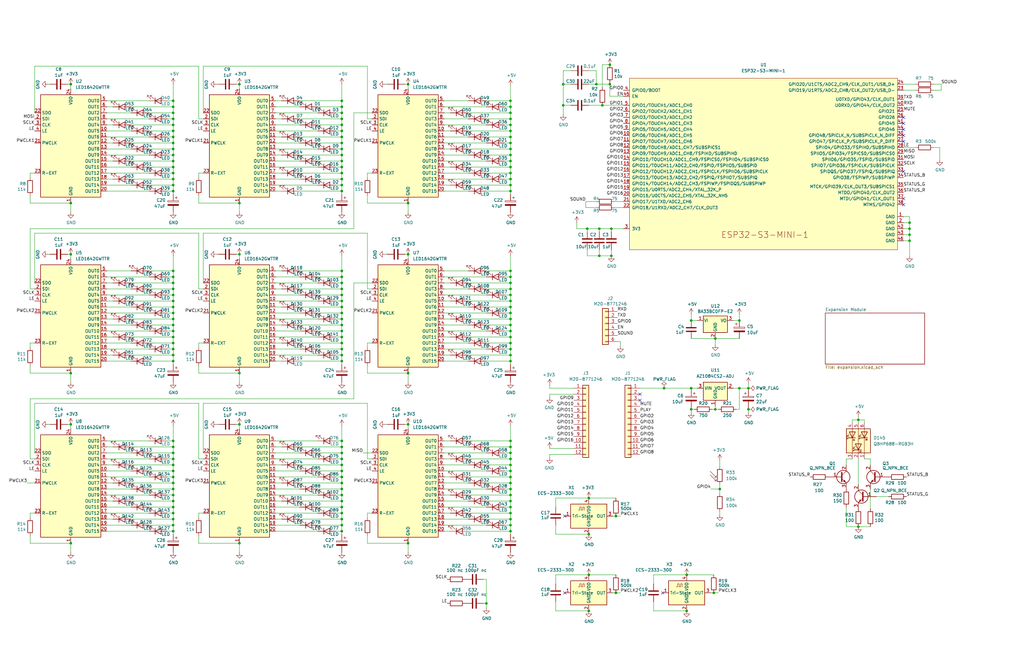
<source format=kicad_sch>
(kicad_sch (version 20230121) (generator eeschema)
  (paper "B")
  (junction (at 144.145 152.4))
  (junction (at 73.025 119.38))
  (junction (at 144.145 144.78))
  (junction (at 144.145 132.08))
  (junction (at 144.145 196.215))
  (junction (at 100.965 229.235))
  (junction (at 205.105 254.635))
  (junction (at 73.025 62.865))
  (junction (at 144.145 78.105))
  (junction (at 144.145 62.865))
  (junction (at 73.025 42.545))
  (junction (at 215.265 52.705))
  (junction (at 29.845 107.315))
  (junction (at 73.025 216.535))
  (junction (at 144.145 67.945))
  (junction (at 144.145 188.595))
  (junction (at 144.145 60.325))
  (junction (at 73.025 60.325))
  (junction (at 73.025 201.295))
  (junction (at 144.145 47.625))
  (junction (at 215.265 80.645))
  (junction (at 259.715 250.19))
  (junction (at 215.265 124.46))
  (junction (at 257.81 107.95))
  (junction (at 144.145 191.135))
  (junction (at 100.965 107.315))
  (junction (at 215.265 198.755))
  (junction (at 172.085 35.56))
  (junction (at 73.025 80.645))
  (junction (at 73.025 127))
  (junction (at 144.145 219.075))
  (junction (at 144.145 221.615))
  (junction (at 215.265 139.7))
  (junction (at 144.145 208.915))
  (junction (at 29.845 179.07))
  (junction (at 73.025 116.84))
  (junction (at 29.845 157.48))
  (junction (at 215.265 208.915))
  (junction (at 215.265 119.38))
  (junction (at 73.025 45.085))
  (junction (at 73.025 144.78))
  (junction (at 215.265 203.835))
  (junction (at 215.265 65.405))
  (junction (at 215.265 55.245))
  (junction (at 29.845 35.56))
  (junction (at 361.95 222.25))
  (junction (at 73.025 224.155))
  (junction (at 215.265 60.325))
  (junction (at 144.145 137.16))
  (junction (at 248.285 257.81))
  (junction (at 215.265 206.375))
  (junction (at 144.145 57.785))
  (junction (at 144.145 206.375))
  (junction (at 215.265 186.055))
  (junction (at 73.025 70.485))
  (junction (at 215.265 211.455))
  (junction (at 100.965 179.07))
  (junction (at 383.54 101.6))
  (junction (at 73.025 78.105))
  (junction (at 301.625 142.875))
  (junction (at 289.56 257.81))
  (junction (at 73.025 206.375))
  (junction (at 172.085 107.315))
  (junction (at 300.99 250.19))
  (junction (at 215.265 147.32))
  (junction (at 248.285 225.425))
  (junction (at 73.025 213.995))
  (junction (at 73.025 134.62))
  (junction (at 259.715 217.805))
  (junction (at 215.265 188.595))
  (junction (at 215.265 221.615))
  (junction (at 215.265 196.215))
  (junction (at 172.085 157.48))
  (junction (at 215.265 149.86))
  (junction (at 73.025 147.32))
  (junction (at 291.465 135.255))
  (junction (at 215.265 132.08))
  (junction (at 144.145 129.54))
  (junction (at 215.265 73.025))
  (junction (at 254 44.45))
  (junction (at 144.145 114.3))
  (junction (at 73.025 193.675))
  (junction (at 73.025 149.86))
  (junction (at 215.265 193.675))
  (junction (at 215.265 191.135))
  (junction (at 73.025 67.945))
  (junction (at 172.085 179.07))
  (junction (at 215.265 70.485))
  (junction (at 144.145 224.155))
  (junction (at 144.145 201.295))
  (junction (at 315.595 172.72))
  (junction (at 215.265 152.4))
  (junction (at 215.265 142.24))
  (junction (at 144.145 50.165))
  (junction (at 301.625 172.72))
  (junction (at 144.145 203.835))
  (junction (at 311.785 135.255))
  (junction (at 144.145 213.995))
  (junction (at 215.265 219.075))
  (junction (at 100.965 35.56))
  (junction (at 215.265 137.16))
  (junction (at 144.145 147.32))
  (junction (at 144.145 80.645))
  (junction (at 257.175 27.305))
  (junction (at 73.025 186.055))
  (junction (at 311.785 163.83))
  (junction (at 215.265 62.865))
  (junction (at 215.265 57.785))
  (junction (at 73.025 52.705))
  (junction (at 73.025 129.54))
  (junction (at 215.265 216.535))
  (junction (at 289.56 242.57))
  (junction (at 144.145 52.705))
  (junction (at 361.95 177.165))
  (junction (at 215.265 213.995))
  (junction (at 73.025 219.075))
  (junction (at 144.145 121.92))
  (junction (at 144.145 75.565))
  (junction (at 73.025 152.4))
  (junction (at 144.145 45.085))
  (junction (at 172.085 85.725))
  (junction (at 73.025 55.245))
  (junction (at 215.265 75.565))
  (junction (at 215.265 127))
  (junction (at 144.145 73.025))
  (junction (at 144.145 124.46))
  (junction (at 215.265 78.105))
  (junction (at 73.025 132.08))
  (junction (at 252.73 107.95))
  (junction (at 215.265 129.54))
  (junction (at 144.145 216.535))
  (junction (at 251.46 35.56))
  (junction (at 215.265 224.155))
  (junction (at 29.845 229.235))
  (junction (at 383.54 93.98))
  (junction (at 144.145 186.055))
  (junction (at 215.265 45.085))
  (junction (at 144.145 116.84))
  (junction (at 73.025 114.3))
  (junction (at 29.845 85.725))
  (junction (at 215.265 201.295))
  (junction (at 257.81 96.52))
  (junction (at 215.265 121.92))
  (junction (at 215.265 114.3))
  (junction (at 257.175 35.56))
  (junction (at 172.085 229.235))
  (junction (at 73.025 121.92))
  (junction (at 247.65 96.52))
  (junction (at 73.025 203.835))
  (junction (at 73.025 139.7))
  (junction (at 215.265 116.84))
  (junction (at 73.025 73.025))
  (junction (at 73.025 142.24))
  (junction (at 291.465 172.72))
  (junction (at 100.965 157.48))
  (junction (at 252.73 96.52))
  (junction (at 248.285 210.185))
  (junction (at 73.025 50.165))
  (junction (at 144.145 65.405))
  (junction (at 315.595 163.83))
  (junction (at 73.025 137.16))
  (junction (at 144.145 139.7))
  (junction (at 73.025 191.135))
  (junction (at 215.265 144.78))
  (junction (at 248.285 242.57))
  (junction (at 383.54 96.52))
  (junction (at 100.965 85.725))
  (junction (at 73.025 188.595))
  (junction (at 144.145 198.755))
  (junction (at 144.145 70.485))
  (junction (at 237.49 44.45))
  (junction (at 144.145 42.545))
  (junction (at 144.145 211.455))
  (junction (at 73.025 196.215))
  (junction (at 303.53 206.375))
  (junction (at 73.025 75.565))
  (junction (at 215.265 42.545))
  (junction (at 73.025 124.46))
  (junction (at 144.145 134.62))
  (junction (at 144.145 149.86))
  (junction (at 73.025 65.405))
  (junction (at 73.025 198.755))
  (junction (at 144.145 55.245))
  (junction (at 144.145 127))
  (junction (at 144.145 193.675))
  (junction (at 291.465 163.83))
  (junction (at 144.145 142.24))
  (junction (at 215.265 50.165))
  (junction (at 383.54 99.06))
  (junction (at 144.145 119.38))
  (junction (at 73.025 211.455))
  (junction (at 215.265 47.625))
  (junction (at 215.265 67.945))
  (junction (at 215.265 134.62))
  (junction (at 73.025 57.785))
  (junction (at 73.025 47.625))
  (junction (at 237.49 35.56))
  (junction (at 280.035 163.83))
  (junction (at 73.025 208.915))
  (junction (at 73.025 221.615))
  (no_connect (at 269.875 166.37))
  (no_connect (at 269.875 168.91))
  (no_connect (at 381 83.82))
  (no_connect (at 381 86.36))
  (no_connect (at 381 72.39))
  (no_connect (at 381 49.53))
  (no_connect (at 381 52.07))
  (no_connect (at 381 54.61))
  (no_connect (at 381 57.15))
  (no_connect (at 381 59.69))
  (no_connect (at 238.125 250.19))
  (no_connect (at 238.125 217.805))
  (no_connect (at 279.4 250.19))
  (wire (pts (xy 116.205 139.7) (xy 126.365 139.7)))
  (wire (pts (xy 12.7 146.685) (xy 12.7 144.78)))
  (wire (pts (xy 73.025 62.865) (xy 62.865 62.865)))
  (wire (pts (xy 73.025 127) (xy 55.245 127)))
  (wire (pts (xy 237.49 35.56) (xy 237.49 44.45)))
  (wire (pts (xy 45.085 139.7) (xy 62.865 139.7)))
  (wire (pts (xy 45.085 221.615) (xy 55.245 221.615)))
  (wire (pts (xy 215.265 121.92) (xy 205.105 121.92)))
  (wire (pts (xy 215.265 50.165) (xy 215.265 52.705)))
  (wire (pts (xy 215.265 219.075) (xy 215.265 221.615)))
  (wire (pts (xy 248.285 257.81) (xy 234.315 257.81)))
  (wire (pts (xy 215.265 132.08) (xy 215.265 134.62)))
  (wire (pts (xy 73.025 186.055) (xy 73.025 188.595)))
  (wire (pts (xy 73.025 142.24) (xy 73.025 144.78)))
  (wire (pts (xy 291.465 135.255) (xy 294.005 135.255)))
  (wire (pts (xy 187.325 57.785) (xy 197.485 57.785)))
  (wire (pts (xy 215.265 70.485) (xy 215.265 73.025)))
  (wire (pts (xy 73.025 70.485) (xy 62.865 70.485)))
  (wire (pts (xy 144.145 129.54) (xy 144.145 132.08)))
  (wire (pts (xy 100.965 179.07) (xy 100.965 180.975)))
  (wire (pts (xy 215.265 221.615) (xy 215.265 224.155)))
  (wire (pts (xy 215.265 206.375) (xy 215.265 208.915)))
  (wire (pts (xy 252.73 107.95) (xy 257.81 107.95)))
  (wire (pts (xy 73.025 219.075) (xy 73.025 221.615)))
  (wire (pts (xy 289.56 242.57) (xy 300.99 242.57)))
  (wire (pts (xy 234.315 225.425) (xy 234.315 221.615)))
  (wire (pts (xy 73.025 191.135) (xy 73.025 193.675)))
  (wire (pts (xy 154.94 218.44) (xy 154.94 216.535)))
  (wire (pts (xy 359.41 177.165) (xy 361.95 177.165)))
  (wire (pts (xy 83.82 146.685) (xy 83.82 144.78)))
  (wire (pts (xy 187.325 206.375) (xy 205.105 206.375)))
  (wire (pts (xy 215.265 127) (xy 215.265 129.54)))
  (wire (pts (xy 240.665 29.845) (xy 237.49 29.845)))
  (wire (pts (xy 172.085 107.315) (xy 172.085 109.22)))
  (wire (pts (xy 361.95 177.165) (xy 364.49 177.165)))
  (wire (pts (xy 187.325 50.165) (xy 197.485 50.165)))
  (wire (pts (xy 215.265 50.165) (xy 205.105 50.165)))
  (wire (pts (xy 381 93.98) (xy 383.54 93.98)))
  (wire (pts (xy 73.025 57.785) (xy 73.025 60.325)))
  (wire (pts (xy 259.715 250.19) (xy 261.62 250.19)))
  (wire (pts (xy 28.575 179.07) (xy 29.845 179.07)))
  (wire (pts (xy 45.085 129.54) (xy 55.245 129.54)))
  (wire (pts (xy 154.94 154.305) (xy 154.94 157.48)))
  (wire (pts (xy 73.025 75.565) (xy 73.025 78.105)))
  (wire (pts (xy 215.265 147.32) (xy 215.265 149.86)))
  (wire (pts (xy 197.485 62.865) (xy 215.265 62.865)))
  (wire (pts (xy 215.265 47.625) (xy 197.485 47.625)))
  (wire (pts (xy 73.025 219.075) (xy 55.245 219.075)))
  (wire (pts (xy 144.145 221.615) (xy 133.985 221.615)))
  (wire (pts (xy 45.085 62.865) (xy 55.245 62.865)))
  (wire (pts (xy 73.025 70.485) (xy 73.025 73.025)))
  (wire (pts (xy 73.025 50.165) (xy 70.485 50.165)))
  (wire (pts (xy 83.82 157.48) (xy 100.965 157.48)))
  (wire (pts (xy 315.595 172.72) (xy 315.595 173.99)))
  (wire (pts (xy 215.265 211.455) (xy 215.265 213.995)))
  (wire (pts (xy 215.265 45.085) (xy 215.265 47.625)))
  (wire (pts (xy 187.325 114.3) (xy 197.485 114.3)))
  (wire (pts (xy 116.205 127) (xy 133.985 127)))
  (wire (pts (xy 215.265 196.215) (xy 205.105 196.215)))
  (wire (pts (xy 73.025 198.755) (xy 73.025 201.295)))
  (wire (pts (xy 300.355 172.72) (xy 301.625 172.72)))
  (wire (pts (xy 215.265 52.705) (xy 212.725 52.705)))
  (wire (pts (xy 215.265 73.025) (xy 205.105 73.025)))
  (wire (pts (xy 258.445 217.805) (xy 259.715 217.805)))
  (wire (pts (xy 381 35.56) (xy 386.08 35.56)))
  (wire (pts (xy 12.7 157.48) (xy 29.845 157.48)))
  (wire (pts (xy 144.145 147.32) (xy 144.145 149.86)))
  (wire (pts (xy 170.815 35.56) (xy 172.085 35.56)))
  (wire (pts (xy 215.265 75.565) (xy 215.265 78.105)))
  (wire (pts (xy 73.025 65.405) (xy 73.025 67.945)))
  (wire (pts (xy 144.145 50.165) (xy 144.145 52.705)))
  (wire (pts (xy 187.325 201.295) (xy 189.865 201.295)))
  (wire (pts (xy 144.145 134.62) (xy 141.605 134.62)))
  (wire (pts (xy 144.145 216.535) (xy 141.605 216.535)))
  (wire (pts (xy 144.145 142.24) (xy 144.145 144.78)))
  (wire (pts (xy 241.935 166.37) (xy 231.775 166.37)))
  (wire (pts (xy 215.265 52.705) (xy 215.265 55.245)))
  (wire (pts (xy 45.085 188.595) (xy 47.625 188.595)))
  (wire (pts (xy 12.7 121.92) (xy 14.605 121.92)))
  (wire (pts (xy 126.365 152.4) (xy 144.145 152.4)))
  (wire (pts (xy 383.54 93.98) (xy 383.54 91.44)))
  (wire (pts (xy 215.265 144.78) (xy 205.105 144.78)))
  (wire (pts (xy 144.145 137.16) (xy 126.365 137.16)))
  (wire (pts (xy 73.025 129.54) (xy 73.025 132.08)))
  (wire (pts (xy 367.03 206.375) (xy 367.03 214.63)))
  (wire (pts (xy 356.87 213.995) (xy 356.87 222.25)))
  (wire (pts (xy 144.145 142.24) (xy 141.605 142.24)))
  (wire (pts (xy 73.025 67.945) (xy 55.245 67.945)))
  (wire (pts (xy 45.085 65.405) (xy 62.865 65.405)))
  (wire (pts (xy 144.145 147.32) (xy 133.985 147.32)))
  (wire (pts (xy 45.085 216.535) (xy 62.865 216.535)))
  (wire (pts (xy 144.145 107.95) (xy 144.145 114.3)))
  (wire (pts (xy 73.025 188.595) (xy 55.245 188.595)))
  (wire (pts (xy 237.49 29.845) (xy 237.49 35.56)))
  (wire (pts (xy 356.87 196.215) (xy 356.87 193.675)))
  (wire (pts (xy 383.54 91.44) (xy 381 91.44)))
  (wire (pts (xy 205.105 244.475) (xy 205.105 254.635)))
  (wire (pts (xy 116.205 121.92) (xy 118.745 121.92)))
  (wire (pts (xy 315.595 163.83) (xy 315.595 161.925)))
  (wire (pts (xy 393.7 38.1) (xy 396.875 38.1)))
  (wire (pts (xy 215.265 186.055) (xy 215.265 188.595)))
  (wire (pts (xy 116.205 52.705) (xy 126.365 52.705)))
  (wire (pts (xy 187.325 208.915) (xy 189.865 208.915)))
  (wire (pts (xy 144.145 67.945) (xy 144.145 70.485)))
  (wire (pts (xy 126.365 132.08) (xy 116.205 132.08)))
  (wire (pts (xy 187.325 137.16) (xy 197.485 137.16)))
  (wire (pts (xy 73.025 147.32) (xy 70.485 147.32)))
  (wire (pts (xy 116.205 147.32) (xy 126.365 147.32)))
  (wire (pts (xy 73.025 198.755) (xy 62.865 198.755)))
  (wire (pts (xy 73.025 129.54) (xy 62.865 129.54)))
  (wire (pts (xy 144.145 132.08) (xy 144.145 134.62)))
  (wire (pts (xy 45.085 42.545) (xy 62.865 42.545)))
  (wire (pts (xy 215.265 114.3) (xy 215.265 116.84)))
  (wire (pts (xy 215.265 45.085) (xy 212.725 45.085)))
  (wire (pts (xy 301.625 145.415) (xy 301.625 142.875)))
  (wire (pts (xy 144.145 45.085) (xy 144.145 47.625)))
  (wire (pts (xy 187.325 221.615) (xy 205.105 221.615)))
  (wire (pts (xy 144.145 127) (xy 141.605 127)))
  (wire (pts (xy 73.025 193.675) (xy 73.025 196.215)))
  (wire (pts (xy 116.205 116.84) (xy 126.365 116.84)))
  (wire (pts (xy 73.025 52.705) (xy 55.245 52.705)))
  (wire (pts (xy 73.025 75.565) (xy 55.245 75.565)))
  (wire (pts (xy 116.205 188.595) (xy 118.745 188.595)))
  (wire (pts (xy 275.59 257.81) (xy 275.59 254)))
  (wire (pts (xy 247.015 87.63) (xy 251.46 87.63)))
  (wire (pts (xy 269.875 163.83) (xy 280.035 163.83)))
  (wire (pts (xy 12.7 216.535) (xy 14.605 216.535)))
  (wire (pts (xy 70.485 132.08) (xy 73.025 132.08)))
  (wire (pts (xy 116.205 219.075) (xy 118.745 219.075)))
  (wire (pts (xy 144.145 52.705) (xy 133.985 52.705)))
  (wire (pts (xy 215.265 124.46) (xy 215.265 127)))
  (wire (pts (xy 254 27.305) (xy 257.175 27.305)))
  (wire (pts (xy 154.94 216.535) (xy 156.845 216.535)))
  (wire (pts (xy 20.32 179.07) (xy 20.955 179.07)))
  (wire (pts (xy 73.025 137.16) (xy 62.865 137.16)))
  (wire (pts (xy 361.95 222.25) (xy 356.87 222.25)))
  (wire (pts (xy 73.025 193.675) (xy 70.485 193.675)))
  (wire (pts (xy 144.145 211.455) (xy 126.365 211.455)))
  (wire (pts (xy 144.145 52.705) (xy 144.145 55.245)))
  (wire (pts (xy 215.265 47.625) (xy 215.265 50.165)))
  (wire (pts (xy 144.145 149.86) (xy 144.145 152.4)))
  (wire (pts (xy 383.54 96.52) (xy 383.54 93.98)))
  (wire (pts (xy 275.59 242.57) (xy 289.56 242.57)))
  (wire (pts (xy 144.145 213.995) (xy 133.985 213.995)))
  (wire (pts (xy 116.205 42.545) (xy 118.745 42.545)))
  (wire (pts (xy 259.08 85.09) (xy 262.89 85.09)))
  (wire (pts (xy 118.745 129.54) (xy 116.205 129.54)))
  (wire (pts (xy 45.085 124.46) (xy 62.865 124.46)))
  (wire (pts (xy 45.085 60.325) (xy 47.625 60.325)))
  (wire (pts (xy 215.265 65.405) (xy 205.105 65.405)))
  (wire (pts (xy 257.175 40.64) (xy 262.89 40.64)))
  (wire (pts (xy 275.59 246.38) (xy 275.59 242.57)))
  (wire (pts (xy 172.085 85.725) (xy 172.085 89.535)))
  (wire (pts (xy 45.085 45.085) (xy 47.625 45.085)))
  (wire (pts (xy 205.105 254.635) (xy 205.105 256.54)))
  (wire (pts (xy 396.24 62.23) (xy 393.7 62.23)))
  (wire (pts (xy 154.94 98.425) (xy 154.94 121.92)))
  (wire (pts (xy 45.085 147.32) (xy 62.865 147.32)))
  (wire (pts (xy 73.025 221.615) (xy 62.865 221.615)))
  (wire (pts (xy 73.025 216.535) (xy 73.025 219.075)))
  (wire (pts (xy 187.325 193.675) (xy 189.865 193.675)))
  (wire (pts (xy 83.82 226.06) (xy 83.82 229.235)))
  (wire (pts (xy 303.53 215.9) (xy 303.53 217.17)))
  (wire (pts (xy 116.205 137.16) (xy 118.745 137.16)))
  (wire (pts (xy 247.015 85.09) (xy 251.46 85.09)))
  (wire (pts (xy 241.935 189.23) (xy 231.775 189.23)))
  (wire (pts (xy 311.785 163.83) (xy 315.595 163.83)))
  (wire (pts (xy 29.845 35.56) (xy 29.845 37.465)))
  (wire (pts (xy 144.145 119.38) (xy 141.605 119.38)))
  (wire (pts (xy 144.145 191.135) (xy 133.985 191.135)))
  (wire (pts (xy 212.725 206.375) (xy 215.265 206.375)))
  (wire (pts (xy 144.145 65.405) (xy 144.145 67.945)))
  (wire (pts (xy 14.605 119.38) (xy 14.605 98.425)))
  (wire (pts (xy 383.54 99.06) (xy 383.54 96.52)))
  (wire (pts (xy 73.025 211.455) (xy 55.245 211.455)))
  (wire (pts (xy 215.265 80.645) (xy 205.105 80.645)))
  (wire (pts (xy 73.025 42.545) (xy 73.025 45.085)))
  (wire (pts (xy 116.205 142.24) (xy 133.985 142.24)))
  (wire (pts (xy 100.965 229.235) (xy 100.965 233.045)))
  (wire (pts (xy 144.145 188.595) (xy 144.145 191.135)))
  (wire (pts (xy 154.94 27.94) (xy 154.94 50.165)))
  (wire (pts (xy 144.145 116.84) (xy 133.985 116.84)))
  (wire (pts (xy 83.82 216.535) (xy 85.725 216.535)))
  (wire (pts (xy 187.325 129.54) (xy 197.485 129.54)))
  (wire (pts (xy 116.205 65.405) (xy 118.745 65.405)))
  (wire (pts (xy 162.56 35.56) (xy 163.195 35.56)))
  (wire (pts (xy 45.085 211.455) (xy 47.625 211.455)))
  (wire (pts (xy 315.595 163.83) (xy 315.595 164.465)))
  (wire (pts (xy 149.225 96.52) (xy 12.7 96.52)))
  (wire (pts (xy 170.815 107.315) (xy 172.085 107.315)))
  (wire (pts (xy 73.025 78.105) (xy 62.865 78.105)))
  (wire (pts (xy 215.265 152.4) (xy 205.105 152.4)))
  (wire (pts (xy 85.725 170.18) (xy 154.94 170.18)))
  (wire (pts (xy 144.145 208.915) (xy 141.605 208.915)))
  (wire (pts (xy 396.875 38.1) (xy 396.875 35.56)))
  (wire (pts (xy 212.725 198.755) (xy 215.265 198.755)))
  (wire (pts (xy 248.285 242.57) (xy 259.715 242.57)))
  (wire (pts (xy 215.265 119.38) (xy 197.485 119.38)))
  (wire (pts (xy 215.265 211.455) (xy 205.105 211.455)))
  (wire (pts (xy 91.44 107.315) (xy 92.075 107.315)))
  (wire (pts (xy 215.265 203.835) (xy 205.105 203.835)))
  (wire (pts (xy 14.605 98.425) (xy 83.82 98.425)))
  (wire (pts (xy 154.94 121.92) (xy 156.845 121.92)))
  (wire (pts (xy 149.225 47.625) (xy 149.225 96.52)))
  (wire (pts (xy 144.145 62.865) (xy 144.145 65.405)))
  (wire (pts (xy 215.265 139.7) (xy 212.725 139.7)))
  (wire (pts (xy 116.205 144.78) (xy 118.745 144.78)))
  (wire (pts (xy 73.025 147.32) (xy 73.025 149.86)))
  (wire (pts (xy 234.315 242.57) (xy 248.285 242.57)))
  (wire (pts (xy 359.41 178.435) (xy 359.41 177.165)))
  (wire (pts (xy 116.205 67.945) (xy 126.365 67.945)))
  (wire (pts (xy 215.265 193.675) (xy 215.265 196.215)))
  (wire (pts (xy 73.025 119.38) (xy 73.025 121.92)))
  (wire (pts (xy 237.49 44.45) (xy 237.49 48.26)))
  (wire (pts (xy 310.515 172.72) (xy 311.785 172.72)))
  (wire (pts (xy 45.085 55.245) (xy 55.245 55.245)))
  (wire (pts (xy 369.57 209.55) (xy 374.65 209.55)))
  (wire (pts (xy 291.465 163.83) (xy 294.005 163.83)))
  (wire (pts (xy 73.025 121.92) (xy 62.865 121.92)))
  (wire (pts (xy 116.205 73.025) (xy 118.745 73.025)))
  (wire (pts (xy 215.265 124.46) (xy 212.725 124.46)))
  (wire (pts (xy 215.265 208.915) (xy 197.485 208.915)))
  (wire (pts (xy 212.725 191.135) (xy 215.265 191.135)))
  (wire (pts (xy 73.025 121.92) (xy 73.025 124.46)))
  (wire (pts (xy 237.49 44.45) (xy 240.665 44.45)))
  (wire (pts (xy 154.94 157.48) (xy 172.085 157.48)))
  (wire (pts (xy 187.325 216.535) (xy 189.865 216.535)))
  (wire (pts (xy 311.785 142.875) (xy 301.625 142.875)))
  (wire (pts (xy 28.575 107.315) (xy 29.845 107.315)))
  (wire (pts (xy 85.725 119.38) (xy 85.725 98.425)))
  (wire (pts (xy 254 36.83) (xy 254 27.305)))
  (wire (pts (xy 215.265 129.54) (xy 215.265 132.08)))
  (wire (pts (xy 73.025 45.085) (xy 73.025 47.625)))
  (wire (pts (xy 144.145 55.245) (xy 144.145 57.785)))
  (wire (pts (xy 73.025 124.46) (xy 73.025 127)))
  (wire (pts (xy 172.085 179.07) (xy 172.085 180.975)))
  (wire (pts (xy 45.085 224.155) (xy 62.865 224.155)))
  (wire (pts (xy 215.265 191.135) (xy 215.265 193.675)))
  (wire (pts (xy 251.46 35.56) (xy 257.175 35.56)))
  (wire (pts (xy 73.025 35.56) (xy 73.025 42.545)))
  (wire (pts (xy 172.085 157.48) (xy 172.085 161.29)))
  (wire (pts (xy 144.145 144.78) (xy 126.365 144.78)))
  (wire (pts (xy 85.725 27.94) (xy 154.94 27.94)))
  (wire (pts (xy 154.94 170.18) (xy 154.94 193.675)))
  (wire (pts (xy 144.145 196.215) (xy 126.365 196.215)))
  (wire (pts (xy 291.465 142.875) (xy 301.625 142.875)))
  (wire (pts (xy 144.145 149.86) (xy 141.605 149.86)))
  (wire (pts (xy 45.085 191.135) (xy 55.245 191.135)))
  (wire (pts (xy 144.145 75.565) (xy 144.145 78.105)))
  (wire (pts (xy 367.03 193.675) (xy 364.49 193.675)))
  (wire (pts (xy 309.245 135.255) (xy 311.785 135.255)))
  (wire (pts (xy 144.145 152.4) (xy 144.145 153.67)))
  (wire (pts (xy 154.94 229.235) (xy 172.085 229.235)))
  (wire (pts (xy 144.145 47.625) (xy 144.145 50.165)))
  (wire (pts (xy 215.265 73.025) (xy 215.265 75.565)))
  (wire (pts (xy 73.025 107.95) (xy 73.025 114.3)))
  (wire (pts (xy 85.725 27.94) (xy 85.725 47.625)))
  (wire (pts (xy 85.725 98.425) (xy 154.94 98.425)))
  (wire (pts (xy 215.265 119.38) (xy 215.265 121.92)))
  (wire (pts (xy 383.54 101.6) (xy 383.54 99.06)))
  (wire (pts (xy 73.025 60.325) (xy 55.245 60.325)))
  (wire (pts (xy 141.605 78.105) (xy 144.145 78.105)))
  (wire (pts (xy 83.82 85.725) (xy 100.965 85.725)))
  (wire (pts (xy 291.465 172.72) (xy 292.735 172.72)))
  (wire (pts (xy 144.145 219.075) (xy 126.365 219.075)))
  (wire (pts (xy 187.325 144.78) (xy 197.485 144.78)))
  (wire (pts (xy 215.265 137.16) (xy 215.265 139.7)))
  (wire (pts (xy 144.145 191.135) (xy 144.145 193.675)))
  (wire (pts (xy 12.7 193.675) (xy 14.605 193.675)))
  (wire (pts (xy 257.81 105.41) (xy 257.81 107.95)))
  (wire (pts (xy 381 101.6) (xy 383.54 101.6)))
  (wire (pts (xy 215.265 224.155) (xy 197.485 224.155)))
  (wire (pts (xy 116.205 198.755) (xy 126.365 198.755)))
  (wire (pts (xy 144.145 80.645) (xy 126.365 80.645)))
  (wire (pts (xy 73.025 221.615) (xy 73.025 224.155)))
  (wire (pts (xy 144.145 57.785) (xy 126.365 57.785)))
  (wire (pts (xy 144.145 186.055) (xy 144.145 188.595)))
  (wire (pts (xy 116.205 221.615) (xy 126.365 221.615)))
  (wire (pts (xy 215.265 203.835) (xy 215.265 206.375)))
  (wire (pts (xy 149.225 168.275) (xy 12.7 168.275)))
  (wire (pts (xy 144.145 206.375) (xy 133.985 206.375)))
  (wire (pts (xy 73.025 203.835) (xy 73.025 206.375)))
  (wire (pts (xy 361.95 175.895) (xy 361.95 177.165)))
  (wire (pts (xy 144.145 80.645) (xy 144.145 81.915)))
  (wire (pts (xy 215.265 75.565) (xy 212.725 75.565)))
  (wire (pts (xy 215.265 139.7) (xy 215.265 142.24)))
  (wire (pts (xy 73.025 47.625) (xy 62.865 47.625)))
  (wire (pts (xy 215.265 152.4) (xy 215.265 153.67)))
  (wire (pts (xy 356.87 193.675) (xy 359.41 193.675)))
  (wire (pts (xy 172.085 35.56) (xy 172.085 37.465)))
  (wire (pts (xy 144.145 201.295) (xy 141.605 201.295)))
  (wire (pts (xy 381 99.06) (xy 383.54 99.06)))
  (wire (pts (xy 144.145 121.92) (xy 144.145 124.46)))
  (wire (pts (xy 144.145 65.405) (xy 126.365 65.405)))
  (wire (pts (xy 99.695 35.56) (xy 100.965 35.56)))
  (wire (pts (xy 144.145 127) (xy 144.145 129.54)))
  (wire (pts (xy 243.205 96.52) (xy 247.65 96.52)))
  (wire (pts (xy 361.95 193.675) (xy 361.95 204.47)))
  (wire (pts (xy 73.025 116.84) (xy 73.025 119.38)))
  (wire (pts (xy 144.145 42.545) (xy 126.365 42.545)))
  (wire (pts (xy 116.205 191.135) (xy 126.365 191.135)))
  (wire (pts (xy 231.775 162.56) (xy 231.775 163.83)))
  (wire (pts (xy 291.465 132.715) (xy 291.465 135.255)))
  (wire (pts (xy 83.82 50.165) (xy 85.725 50.165)))
  (wire (pts (xy 116.205 60.325) (xy 126.365 60.325)))
  (wire (pts (xy 247.65 107.95) (xy 252.73 107.95)))
  (wire (pts (xy 154.94 73.025) (xy 156.845 73.025)))
  (wire (pts (xy 73.025 211.455) (xy 73.025 213.995)))
  (wire (pts (xy 257.81 96.52) (xy 262.89 96.52)))
  (wire (pts (xy 187.325 191.135) (xy 205.105 191.135)))
  (wire (pts (xy 215.265 80.645) (xy 215.265 81.915)))
  (wire (pts (xy 215.265 65.405) (xy 215.265 67.945)))
  (wire (pts (xy 291.465 172.085) (xy 291.465 172.72)))
  (wire (pts (xy 205.105 114.3) (xy 215.265 114.3)))
  (wire (pts (xy 141.605 62.865) (xy 144.145 62.865)))
  (wire (pts (xy 187.325 186.055) (xy 189.865 186.055)))
  (wire (pts (xy 187.325 213.995) (xy 205.105 213.995)))
  (wire (pts (xy 116.205 55.245) (xy 133.985 55.245)))
  (wire (pts (xy 45.085 144.78) (xy 55.245 144.78)))
  (wire (pts (xy 187.325 196.215) (xy 197.485 196.215)))
  (wire (pts (xy 45.085 142.24) (xy 47.625 142.24)))
  (wire (pts (xy 215.265 78.105) (xy 215.265 80.645)))
  (wire (pts (xy 241.935 163.83) (xy 231.775 163.83)))
  (wire (pts (xy 187.325 127) (xy 189.865 127)))
  (wire (pts (xy 116.205 208.915) (xy 133.985 208.915)))
  (wire (pts (xy 73.025 224.155) (xy 70.485 224.155)))
  (wire (pts (xy 215.265 149.86) (xy 215.265 152.4)))
  (wire (pts (xy 12.7 226.06) (xy 12.7 229.235)))
  (wire (pts (xy 73.025 152.4) (xy 73.025 153.67)))
  (wire (pts (xy 257.175 35.56) (xy 257.175 40.64)))
  (wire (pts (xy 45.085 50.165) (xy 62.865 50.165)))
  (wire (pts (xy 361.95 177.165) (xy 361.95 178.435)))
  (wire (pts (xy 215.265 36.195) (xy 215.265 42.545)))
  (wire (pts (xy 215.265 55.245) (xy 215.265 57.785)))
  (wire (pts (xy 14.605 170.18) (xy 83.82 170.18)))
  (wire (pts (xy 234.315 210.185) (xy 248.285 210.185)))
  (wire (pts (xy 144.145 132.08) (xy 133.985 132.08)))
  (wire (pts (xy 83.82 144.78) (xy 85.725 144.78)))
  (wire (pts (xy 261.62 146.05) (xy 261.62 144.145)))
  (wire (pts (xy 73.025 57.785) (xy 70.485 57.785)))
  (wire (pts (xy 73.025 124.46) (xy 70.485 124.46)))
  (wire (pts (xy 187.325 52.705) (xy 205.105 52.705)))
  (wire (pts (xy 154.94 50.165) (xy 156.845 50.165)))
  (wire (pts (xy 73.025 144.78) (xy 62.865 144.78)))
  (wire (pts (xy 252.73 96.52) (xy 257.81 96.52)))
  (wire (pts (xy 241.935 191.77) (xy 231.775 191.77)))
  (wire (pts (xy 301.625 172.72) (xy 302.895 172.72)))
  (wire (pts (xy 116.205 152.4) (xy 118.745 152.4)))
  (wire (pts (xy 45.085 208.915) (xy 62.865 208.915)))
  (wire (pts (xy 291.465 172.72) (xy 291.465 173.99)))
  (wire (pts (xy 116.205 149.86) (xy 133.985 149.86)))
  (wire (pts (xy 215.265 42.545) (xy 205.105 42.545)))
  (wire (pts (xy 73.025 139.7) (xy 70.485 139.7)))
  (wire (pts (xy 29.845 107.315) (xy 29.845 109.22)))
  (wire (pts (xy 154.94 144.78) (xy 156.845 144.78)))
  (wire (pts (xy 156.845 119.38) (xy 149.225 119.38)))
  (wire (pts (xy 144.145 129.54) (xy 126.365 129.54)))
  (wire (pts (xy 215.265 42.545) (xy 215.265 45.085)))
  (wire (pts (xy 45.085 80.645) (xy 62.865 80.645)))
  (wire (pts (xy 258.445 250.19) (xy 259.715 250.19)))
  (wire (pts (xy 144.145 219.075) (xy 144.145 221.615)))
  (wire (pts (xy 20.32 35.56) (xy 20.955 35.56)))
  (wire (pts (xy 73.025 224.155) (xy 73.025 225.425)))
  (wire (pts (xy 215.265 57.785) (xy 205.105 57.785)))
  (wire (pts (xy 154.94 82.55) (xy 154.94 85.725)))
  (wire (pts (xy 45.085 201.295) (xy 62.865 201.295)))
  (wire (pts (xy 12.7 218.44) (xy 12.7 216.535)))
  (wire (pts (xy 116.205 57.785) (xy 118.745 57.785)))
  (wire (pts (xy 73.025 78.105) (xy 73.025 80.645)))
  (wire (pts (xy 73.025 206.375) (xy 73.025 208.915)))
  (wire (pts (xy 187.325 78.105) (xy 189.865 78.105)))
  (wire (pts (xy 154.94 74.93) (xy 154.94 73.025)))
  (wire (pts (xy 73.025 208.915) (xy 73.025 211.455)))
  (wire (pts (xy 300.99 250.19) (xy 302.895 250.19)))
  (wire (pts (xy 29.845 157.48) (xy 29.845 161.29)))
  (wire (pts (xy 83.82 229.235) (xy 100.965 229.235)))
  (wire (pts (xy 144.145 216.535) (xy 144.145 219.075)))
  (wire (pts (xy 205.105 116.84) (xy 187.325 116.84)))
  (wire (pts (xy 187.325 62.865) (xy 189.865 62.865)))
  (wire (pts (xy 215.265 142.24) (xy 215.265 144.78)))
  (wire (pts (xy 144.145 42.545) (xy 144.145 45.085)))
  (wire (pts (xy 396.24 62.23) (xy 396.24 67.31)))
  (wire (pts (xy 83.82 74.93) (xy 83.82 73.025)))
  (wire (pts (xy 187.325 65.405) (xy 197.485 65.405)))
  (wire (pts (xy 215.265 208.915) (xy 215.265 211.455)))
  (wire (pts (xy 144.145 221.615) (xy 144.145 224.155)))
  (wire (pts (xy 215.265 144.78) (xy 215.265 147.32)))
  (wire (pts (xy 73.025 203.835) (xy 55.245 203.835)))
  (wire (pts (xy 73.025 55.245) (xy 62.865 55.245)))
  (wire (pts (xy 28.575 35.56) (xy 29.845 35.56)))
  (wire (pts (xy 215.265 60.325) (xy 215.265 62.865)))
  (wire (pts (xy 149.225 119.38) (xy 149.225 168.275)))
  (wire (pts (xy 73.025 50.165) (xy 73.025 52.705)))
  (wire (pts (xy 187.325 224.155) (xy 189.865 224.155)))
  (wire (pts (xy 73.025 116.84) (xy 70.485 116.84)))
  (wire (pts (xy 12.7 168.275) (xy 12.7 193.675)))
  (wire (pts (xy 299.72 250.19) (xy 300.99 250.19)))
  (wire (pts (xy 45.085 119.38) (xy 47.625 119.38)))
  (wire (pts (xy 215.265 219.075) (xy 205.105 219.075)))
  (wire (pts (xy 172.085 229.235) (xy 172.085 233.045)))
  (wire (pts (xy 311.785 135.255) (xy 311.785 132.715)))
  (wire (pts (xy 144.145 188.595) (xy 126.365 188.595)))
  (wire (pts (xy 12.7 229.235) (xy 29.845 229.235)))
  (wire (pts (xy 215.265 129.54) (xy 205.105 129.54)))
  (wire (pts (xy 141.605 47.625) (xy 144.145 47.625)))
  (wire (pts (xy 73.025 73.025) (xy 70.485 73.025)))
  (wire (pts (xy 144.145 186.055) (xy 141.605 186.055)))
  (wire (pts (xy 73.025 201.295) (xy 70.485 201.295)))
  (wire (pts (xy 215.265 132.08) (xy 212.725 132.08)))
  (wire (pts (xy 144.145 124.46) (xy 133.985 124.46)))
  (wire (pts (xy 257.81 97.79) (xy 257.81 96.52)))
  (wire (pts (xy 215.265 196.215) (xy 215.265 198.755)))
  (wire (pts (xy 73.025 127) (xy 73.025 129.54)))
  (wire (pts (xy 144.145 211.455) (xy 144.145 213.995)))
  (wire (pts (xy 144.145 121.92) (xy 126.365 121.92)))
  (wire (pts (xy 73.025 134.62) (xy 73.025 137.16)))
  (wire (pts (xy 303.53 194.31) (xy 303.53 196.85)))
  (wire (pts (xy 215.265 186.055) (xy 197.485 186.055)))
  (wire (pts (xy 257.175 34.925) (xy 257.175 35.56)))
  (wire (pts (xy 187.325 198.755) (xy 205.105 198.755)))
  (wire (pts (xy 73.025 149.86) (xy 73.025 152.4)))
  (wire (pts (xy 45.085 213.995) (xy 55.245 213.995)))
  (wire (pts (xy 83.82 170.18) (xy 83.82 193.675)))
  (wire (pts (xy 116.205 45.085) (xy 126.365 45.085)))
  (wire (pts (xy 144.145 224.155) (xy 144.145 225.425)))
  (wire (pts (xy 144.145 198.755) (xy 133.985 198.755)))
  (wire (pts (xy 215.265 201.295) (xy 215.265 203.835)))
  (wire (pts (xy 116.205 196.215) (xy 118.745 196.215)))
  (wire (pts (xy 248.285 35.56) (xy 251.46 35.56)))
  (wire (pts (xy 381 62.23) (xy 386.08 62.23)))
  (wire (pts (xy 215.265 134.62) (xy 197.485 134.62)))
  (wire (pts (xy 154.94 146.685) (xy 154.94 144.78)))
  (wire (pts (xy 215.265 188.595) (xy 215.265 191.135)))
  (wire (pts (xy 237.49 35.56) (xy 240.665 35.56)))
  (wire (pts (xy 45.085 193.675) (xy 62.865 193.675)))
  (wire (pts (xy 187.325 149.86) (xy 189.865 149.86)))
  (wire (pts (xy 144.145 67.945) (xy 133.985 67.945)))
  (wire (pts (xy 187.325 80.645) (xy 197.485 80.645)))
  (wire (pts (xy 315.595 172.085) (xy 315.595 172.72)))
  (wire (pts (xy 215.265 121.92) (xy 215.265 124.46)))
  (wire (pts (xy 289.56 257.81) (xy 275.59 257.81)))
  (wire (pts (xy 252.73 105.41) (xy 252.73 107.95)))
  (wire (pts (xy 144.145 137.16) (xy 144.145 139.7)))
  (wire (pts (xy 303.53 206.375) (xy 303.53 208.28)))
  (wire (pts (xy 203.835 254.635) (xy 205.105 254.635)))
  (wire (pts (xy 83.82 154.305) (xy 83.82 157.48)))
  (wire (pts (xy 83.82 121.92) (xy 85.725 121.92)))
  (wire (pts (xy 116.205 119.38) (xy 133.985 119.38)))
  (wire (pts (xy 12.7 154.305) (xy 12.7 157.48)))
  (wire (pts (xy 215.265 149.86) (xy 197.485 149.86)))
  (wire (pts (xy 156.845 47.625) (xy 149.225 47.625)))
  (wire (pts (xy 91.44 35.56) (xy 92.075 35.56)))
  (wire (pts (xy 45.085 206.375) (xy 55.245 206.375)))
  (wire (pts (xy 303.53 204.47) (xy 303.53 206.375)))
  (wire (pts (xy 100.965 157.48) (xy 100.965 161.29)))
  (wire (pts (xy 45.085 75.565) (xy 47.625 75.565)))
  (wire (pts (xy 144.145 75.565) (xy 133.985 75.565)))
  (wire (pts (xy 144.145 73.025) (xy 144.145 75.565)))
  (wire (pts (xy 99.695 179.07) (xy 100.965 179.07)))
  (wire (pts (xy 144.145 144.78) (xy 144.145 147.32)))
  (wire (pts (xy 231.775 193.04) (xy 231.775 191.77)))
  (wire (pts (xy 215.265 216.535) (xy 197.485 216.535)))
  (wire (pts (xy 215.265 116.84) (xy 212.725 116.84)))
  (wire (pts (xy 187.325 219.075) (xy 197.485 219.075)))
  (wire (pts (xy 144.145 70.485) (xy 144.145 73.025)))
  (wire (pts (xy 259.715 217.805) (xy 261.62 217.805)))
  (wire (pts (xy 187.325 45.085) (xy 205.105 45.085)))
  (wire (pts (xy 203.835 244.475) (xy 205.105 244.475)))
  (wire (pts (xy 14.605 191.135) (xy 14.605 170.18)))
  (wire (pts (xy 234.315 246.38) (xy 234.315 242.57)))
  (wire (pts (xy 116.205 80.645) (xy 118.745 80.645)))
  (wire (pts (xy 215.265 57.785) (xy 215.265 60.325)))
  (wire (pts (xy 187.325 132.08) (xy 205.105 132.08)))
  (wire (pts (xy 12.7 82.55) (xy 12.7 85.725)))
  (wire (pts (xy 144.145 134.62) (xy 144.145 137.16)))
  (wire (pts (xy 73.025 142.24) (xy 55.245 142.24)))
  (wire (pts (xy 215.265 198.755) (xy 215.265 201.295)))
  (wire (pts (xy 73.025 65.405) (xy 70.485 65.405)))
  (wire (pts (xy 141.605 55.245) (xy 144.145 55.245)))
  (wire (pts (xy 45.085 134.62) (xy 47.625 134.62)))
  (wire (pts (xy 215.265 188.595) (xy 205.105 188.595)))
  (wire (pts (xy 215.265 201.295) (xy 197.485 201.295)))
  (wire (pts (xy 154.94 85.725) (xy 172.085 85.725)))
  (wire (pts (xy 162.56 107.315) (xy 163.195 107.315)))
  (wire (pts (xy 83.82 82.55) (xy 83.82 85.725)))
  (wire (pts (xy 215.265 179.705) (xy 215.265 186.055)))
  (wire (pts (xy 73.025 152.4) (xy 62.865 152.4)))
  (wire (pts (xy 116.205 224.155) (xy 133.985 224.155)))
  (wire (pts (xy 11.43 203.835) (xy 14.605 203.835)))
  (wire (pts (xy 100.965 35.56) (xy 100.965 37.465)))
  (wire (pts (xy 12.7 96.52) (xy 12.7 121.92)))
  (wire (pts (xy 187.325 42.545) (xy 197.485 42.545)))
  (wire (pts (xy 215.265 134.62) (xy 215.265 137.16)))
  (wire (pts (xy 291.465 163.83) (xy 291.465 164.465)))
  (wire (pts (xy 215.265 67.945) (xy 215.265 70.485)))
  (wire (pts (xy 45.085 57.785) (xy 62.865 57.785)))
  (wire (pts (xy 20.32 107.315) (xy 20.955 107.315)))
  (wire (pts (xy 73.025 119.38) (xy 55.245 119.38)))
  (wire (pts (xy 12.7 85.725) (xy 29.845 85.725)))
  (wire (pts (xy 309.245 163.83) (xy 311.785 163.83)))
  (wire (pts (xy 83.82 73.025) (xy 85.725 73.025)))
  (wire (pts (xy 248.285 44.45) (xy 254 44.45)))
  (wire (pts (xy 144.145 213.995) (xy 144.145 216.535)))
  (wire (pts (xy 116.205 206.375) (xy 126.365 206.375)))
  (wire (pts (xy 14.605 47.625) (xy 14.605 27.94)))
  (wire (pts (xy 73.025 201.295) (xy 73.025 203.835)))
  (wire (pts (xy 248.285 29.845) (xy 251.46 29.845)))
  (wire (pts (xy 247.65 105.41) (xy 247.65 107.95)))
  (wire (pts (xy 45.085 196.215) (xy 47.625 196.215)))
  (wire (pts (xy 187.325 142.24) (xy 189.865 142.24)))
  (wire (pts (xy 144.145 50.165) (xy 126.365 50.165)))
  (wire (pts (xy 99.695 107.315) (xy 100.965 107.315)))
  (wire (pts (xy 141.605 70.485) (xy 144.145 70.485)))
  (wire (pts (xy 116.205 47.625) (xy 133.985 47.625)))
  (wire (pts (xy 215.265 60.325) (xy 212.725 60.325)))
  (wire (pts (xy 73.025 134.62) (xy 55.245 134.62)))
  (wire (pts (xy 154.94 226.06) (xy 154.94 229.235)))
  (wire (pts (xy 45.085 52.705) (xy 47.625 52.705)))
  (wire (pts (xy 234.315 257.81) (xy 234.315 254)))
  (wire (pts (xy 144.145 124.46) (xy 144.145 127)))
  (wire (pts (xy 83.82 27.94) (xy 83.82 50.165)))
  (wire (pts (xy 215.265 216.535) (xy 215.265 219.075)))
  (wire (pts (xy 73.025 216.535) (xy 70.485 216.535)))
  (wire (pts (xy 381 96.52) (xy 383.54 96.52)))
  (wire (pts (xy 83.82 193.675) (xy 85.725 193.675)))
  (wire (pts (xy 215.265 137.16) (xy 205.105 137.16)))
  (wire (pts (xy 187.325 119.38) (xy 189.865 119.38)))
  (wire (pts (xy 187.325 47.625) (xy 189.865 47.625)))
  (wire (pts (xy 29.845 85.725) (xy 29.845 89.535)))
  (wire (pts (xy 45.085 152.4) (xy 55.245 152.4)))
  (wire (pts (xy 116.205 213.995) (xy 126.365 213.995)))
  (wire (pts (xy 144.145 114.3) (xy 126.365 114.3)))
  (wire (pts (xy 187.325 134.62) (xy 189.865 134.62)))
  (wire (pts (xy 144.145 203.835) (xy 126.365 203.835)))
  (wire (pts (xy 14.605 27.94) (xy 83.82 27.94)))
  (wire (pts (xy 144.145 139.7) (xy 133.985 139.7)))
  (wire (pts (xy 215.265 147.32) (xy 212.725 147.32)))
  (wire (pts (xy 116.205 50.165) (xy 118.745 50.165)))
  (wire (pts (xy 215.265 224.155) (xy 215.265 225.425)))
  (wire (pts (xy 45.085 114.3) (xy 55.245 114.3)))
  (wire (pts (xy 144.145 35.56) (xy 144.145 42.545)))
  (wire (pts (xy 73.025 137.16) (xy 73.025 139.7)))
  (wire (pts (xy 144.145 201.295) (xy 144.145 203.835)))
  (wire (pts (xy 73.025 196.215) (xy 73.025 198.755)))
  (wire (pts (xy 212.725 213.995) (xy 215.265 213.995)))
  (wire (pts (xy 116.205 75.565) (xy 126.365 75.565)))
  (wire (pts (xy 45.085 116.84) (xy 62.865 116.84)))
  (wire (pts (xy 116.205 124.46) (xy 126.365 124.46)))
  (wire (pts (xy 144.145 114.3) (xy 144.145 116.84)))
  (wire (pts (xy 73.025 52.705) (xy 73.025 55.245)))
  (wire (pts (xy 45.085 198.755) (xy 55.245 198.755)))
  (wire (pts (xy 45.085 47.625) (xy 55.245 47.625)))
  (wire (pts (xy 144.145 224.155) (xy 141.605 224.155)))
  (wire (pts (xy 73.025 114.3) (xy 73.025 116.84)))
  (wire (pts (xy 215.265 193.675) (xy 197.485 193.675)))
  (wire (pts (xy 144.145 60.325) (xy 133.985 60.325)))
  (wire (pts (xy 243.205 93.98) (xy 243.205 96.52)))
  (wire (pts (xy 12.7 144.78) (xy 14.605 144.78)))
  (wire (pts (xy 248.285 210.185) (xy 259.715 210.185)))
  (wire (pts (xy 215.265 62.865) (xy 215.265 65.405)))
  (wire (pts (xy 215.265 107.95) (xy 215.265 114.3)))
  (wire (pts (xy 73.025 62.865) (xy 73.025 65.405)))
  (wire (pts (xy 83.82 218.44) (xy 83.82 216.535)))
  (wire (pts (xy 154.94 193.675) (xy 156.845 193.675)))
  (wire (pts (xy 116.205 134.62) (xy 133.985 134.62)))
  (wire (pts (xy 144.145 193.675) (xy 141.605 193.675)))
  (wire (pts (xy 212.725 221.615) (xy 215.265 221.615)))
  (wire (pts (xy 73.025 42.545) (xy 70.485 42.545)))
  (wire (pts (xy 215.265 213.995) (xy 215.265 216.535)))
  (wire (pts (xy 144.145 139.7) (xy 144.145 142.24)))
  (wire (pts (xy 187.325 124.46) (xy 205.105 124.46)))
  (wire (pts (xy 73.025 149.86) (xy 55.245 149.86)))
  (wire (pts (xy 187.325 75.565) (xy 205.105 75.565)))
  (wire (pts (xy 187.325 147.32) (xy 205.105 147.32)))
  (wire (pts (xy 254 44.45) (xy 262.89 44.45)))
  (wire (pts (xy 45.085 73.025) (xy 62.865 73.025)))
  (wire (pts (xy 73.025 47.625) (xy 73.025 50.165)))
  (wire (pts (xy 144.145 179.705) (xy 144.145 186.055)))
  (wire (pts (xy 73.025 144.78) (xy 73.025 147.32)))
  (wire (pts (xy 215.265 116.84) (xy 215.265 119.38)))
  (wire (pts (xy 29.845 179.07) (xy 29.845 180.975)))
  (wire (pts (xy 73.025 60.325) (xy 73.025 62.865)))
  (wire (pts (xy 144.145 78.105) (xy 144.145 80.645)))
  (wire (pts (xy 73.025 80.645) (xy 73.025 81.915)))
  (wire (pts (xy 45.085 127) (xy 47.625 127)))
  (wire (pts (xy 73.025 80.645) (xy 70.485 80.645)))
  (wire (pts (xy 144.145 116.84) (xy 144.145 119.38)))
  (wire (pts (xy 116.205 193.675) (xy 133.985 193.675)))
  (wire (pts (xy 187.325 121.92) (xy 197.485 121.92)))
  (wire (pts (xy 73.025 73.025) (xy 73.025 75.565)))
  (wire (pts (xy 116.205 62.865) (xy 133.985 62.865)))
  (wire (pts (xy 85.725 191.135) (xy 85.725 170.18)))
  (wire (pts (xy 45.085 121.92) (xy 55.245 121.92)))
  (wire (pts (xy 73.025 213.995) (xy 73.025 216.535)))
  (wire (pts (xy 144.145 60.325) (xy 144.145 62.865)))
  (wire (pts (xy 73.025 55.245) (xy 73.025 57.785)))
  (wire (pts (xy 251.46 29.845) (xy 251.46 35.56)))
  (wire (pts (xy 247.65 97.79) (xy 247.65 96.52)))
  (wire (pts (xy 73.025 45.085) (xy 55.245 45.085)))
  (wire (pts (xy 45.085 203.835) (xy 47.625 203.835)))
  (wire (pts (xy 170.815 179.07) (xy 172.085 179.07)))
  (wire (pts (xy 45.085 132.08) (xy 62.865 132.08)))
  (wire (pts (xy 299.72 206.375) (xy 303.53 206.375)))
  (wire (pts (xy 383.54 107.95) (xy 383.54 101.6)))
  (wire (pts (xy 116.205 78.105) (xy 133.985 78.105)))
  (wire (pts (xy 187.325 55.245) (xy 189.865 55.245)))
  (wire (pts (xy 187.325 139.7) (xy 205.105 139.7)))
  (wire (pts (xy 45.085 78.105) (xy 55.245 78.105)))
  (wire (pts (xy 367.03 196.215) (xy 367.03 193.675)))
  (wire (pts (xy 187.325 67.945) (xy 205.105 67.945)))
  (wire (pts (xy 231.775 167.64) (xy 231.775 166.37)))
  (wire (pts (xy 144.145 203.835) (xy 144.145 206.375)))
  (wire (pts (xy 153.035 191.135) (xy 156.845 191.135)))
  (wire (pts (xy 187.325 70.485) (xy 189.865 70.485)))
  (wire (pts (xy 144.145 208.915) (xy 144.145 211.455)))
  (wire (pts (xy 144.145 206.375) (xy 144.145 208.915)))
  (wire (pts (xy 252.73 97.79) (xy 252.73 96.52)))
  (wire (pts (xy 396.875 35.56) (xy 393.7 35.56)))
  (wire (pts (xy 364.49 177.165) (xy 364.49 178.435)))
  (wire (pts (xy 116.205 70.485) (xy 133.985 70.485)))
  (wire (pts (xy 116.205 201.295) (xy 133.985 201.295)))
  (wire (pts (xy 83.82 98.425) (xy 83.82 121.92)))
  (wire (pts (xy 73.025 139.7) (xy 73.025 142.24)))
  (wire (pts (xy 73.025 213.995) (xy 62.865 213.995)))
  (wire (pts (xy 144.145 119.38) (xy 144.145 121.92)))
  (wire (pts (xy 144.145 198.755) (xy 144.145 201.295)))
  (wire (pts (xy 73.025 114.3) (xy 62.865 114.3)))
  (wire (pts (xy 73.025 132.08) (xy 73.025 134.62)))
  (wire (pts (xy 45.085 70.485) (xy 55.245 70.485)))
  (wire (pts (xy 248.285 225.425) (xy 234.315 225.425)))
  (wire (pts (xy 116.205 203.835) (xy 118.745 203.835)))
  (wire (pts (xy 73.025 186.055) (xy 70.485 186.055)))
  (wire (pts (xy 73.025 188.595) (xy 73.025 191.135)))
  (wire (pts (xy 12.7 74.93) (xy 12.7 73.025)))
  (wire (pts (xy 116.205 114.3) (xy 118.745 114.3)))
  (wire (pts (xy 280.035 163.83) (xy 291.465 163.83)))
  (wire (pts (xy 247.65 96.52) (xy 252.73 96.52)))
  (wire (pts (xy 187.325 188.595) (xy 197.485 188.595)))
  (wire (pts (xy 73.025 206.375) (xy 62.865 206.375)))
  (wire (pts (xy 311.785 163.83) (xy 311.785 172.72)))
  (wire (pts (xy 301.625 171.45) (xy 301.625 172.72)))
  (wire (pts (xy 144.145 57.785) (xy 144.145 60.325)))
  (wire (pts (xy 144.145 196.215) (xy 144.145 198.755)))
  (wire (pts (xy 45.085 186.055) (xy 62.865 186.055)))
  (wire (pts (xy 247.015 85.09) (xy 247.015 87.63)))
  (wire (pts (xy 197.485 78.105) (xy 215.265 78.105)))
  (wire (pts (xy 144.145 73.025) (xy 126.365 73.025)))
  (wire (pts (xy 144.145 193.675) (xy 144.145 196.215)))
  (wire (pts (xy 29.845 229.235) (xy 29.845 233.045)))
  (wire (pts (xy 12.7 73.025) (xy 14.605 73.025)))
  (wire (pts (xy 215.265 127) (xy 197.485 127)))
  (wire (pts (xy 215.265 67.945) (xy 212.725 67.945)))
  (wire (pts (xy 73.025 191.135) (xy 62.865 191.135)))
  (wire (pts (xy 234.315 213.995) (xy 234.315 210.185)))
  (wire (pts (xy 144.145 45.085) (xy 133.985 45.085)))
  (wire (pts (xy 100.965 85.725) (xy 100.965 89.535)))
  (wire (pts (xy 215.265 142.24) (xy 197.485 142.24)))
  (wire (pts (xy 91.44 179.07) (xy 92.075 179.07)))
  (wire (pts (xy 187.325 203.835) (xy 197.485 203.835)))
  (wire (pts (xy 100.965 107.315) (xy 100.965 109.22)))
  (wire (pts (xy 116.205 216.535) (xy 133.985 216.535)))
  (wire (pts (xy 197.485 70.485) (xy 215.265 70.485)))
  (wire (pts (xy 187.325 152.4) (xy 197.485 152.4)))
  (wire (pts (xy 187.325 60.325) (xy 205.105 60.325)))
  (wire (pts (xy 187.325 211.455) (xy 197.485 211.455)))
  (wire (pts (xy 73.025 179.705) (xy 73.025 186.055)))
  (wire (pts (xy 45.085 67.945) (xy 47.625 67.945)))
  (wire (pts (xy 116.205 186.055) (xy 133.985 186.055)))
  (wire (pts (xy 73.025 196.215) (xy 55.245 196.215)))
  (wire (pts (xy 381 38.1) (xy 386.08 38.1)))
  (wire (pts (xy 162.56 179.07) (xy 163.195 179.07)))
  (wire (pts (xy 73.025 208.915) (xy 70.485 208.915)))
  (wire (pts (xy 45.085 219.075) (xy 47.625 219.075)))
  (wire (pts (xy 45.085 137.16) (xy 55.245 137.16)))
  (wire (pts (xy 73.025 67.945) (xy 73.025 70.485)))
  (wire (pts (xy 361.95 222.25) (xy 367.03 222.25)))
  (wire (pts (xy 215.265 55.245) (xy 197.485 55.245)))
  (wire (pts (xy 259.08 87.63) (xy 262.89 87.63)))
  (wire (pts (xy 45.085 149.86) (xy 47.625 149.86)))
  (wire (pts (xy 261.62 144.145) (xy 260.35 144.145)))
  (wire (pts (xy 187.325 73.025) (xy 197.485 73.025)))
  (wire (pts (xy 116.205 211.455) (xy 118.745 211.455)))
  (label "SCLK" (at 85.725 196.215 180))
  (label "MOSI" (at 14.605 50.165 180))
  (label "GPIO0" (at 262.89 38.1 180))
  (label "LE" (at 381 62.23 0))
  (label "GPIO15" (at 262.89 80.01 180))
  (label "STATUS_B" (at 381 74.93 0))
  (label "GPIO5" (at 262.89 54.61 180))
  (label "STATUS_G" (at 382.27 209.55 0))
  (label "SOUND" (at 396.875 35.56 0))
  (label "TXD" (at 381 41.91 0))
  (label "MISO" (at 381 64.77 0))
  (label "GPIO12" (at 262.89 72.39 180))
  (label "GPIO13" (at 262.89 74.93 180))
  (label "MOSI" (at 381 67.31 0))
  (label "PWCLK3" (at 11.43 203.835 180))
  (label "GPIO4" (at 269.875 181.61 0))
  (label "GPIO14" (at 241.935 181.61 180))
  (label "GPIO8" (at 269.875 191.77 0))
  (label "LE" (at 156.845 55.245 180))
  (label "GPIO12" (at 241.935 176.53 180))
  (label "PWCLK1" (at 85.725 60.325 180))
  (label "GPIO16" (at 241.935 186.69 180))
  (label "GPIO15" (at 241.935 184.15 180))
  (label "GPIO3" (at 269.875 179.07 0))
  (label "GPIO14" (at 262.89 77.47 180))
  (label "SCLK" (at 156.845 124.46 180))
  (label "PWCLK3" (at 85.725 203.835 180))
  (label "LE" (at 85.725 55.245 180))
  (label "SOUND" (at 247.015 85.09 180))
  (label "PWCLK3" (at 156.845 203.835 180))
  (label "PWCLK1" (at 14.605 60.325 180))
  (label "RXD" (at 260.35 131.445 0))
  (label "PWCLK2" (at 85.725 132.08 180))
  (label "GPIO8" (at 262.89 62.23 180))
  (label "GPIO11" (at 241.935 173.99 180))
  (label "STATUS_R" (at 381 81.28 0))
  (label "GPIO4" (at 262.89 52.07 180))
  (label "GPIO5" (at 269.875 184.15 0))
  (label "LE" (at 188.595 254.635 180))
  (label "LE" (at 85.725 198.755 180))
  (label "GPIO2" (at 262.89 46.99 180))
  (label "MUTE" (at 381 46.99 0))
  (label "SOUND" (at 260.35 141.605 0))
  (label "LE" (at 85.725 127 180))
  (label "SCLK" (at 156.845 52.705 180))
  (label "GPIO7" (at 269.875 189.23 0))
  (label "RXD" (at 381 44.45 0))
  (label "GPIO7" (at 262.89 59.69 180))
  (label "LE" (at 14.605 127 180))
  (label "LE" (at 14.605 55.245 180))
  (label "PWCLK1" (at 156.845 60.325 180))
  (label "PWCLK3" (at 302.895 250.19 0))
  (label "GPIO4" (at 299.72 206.375 180))
  (label "MISO" (at 153.035 191.135 180))
  (label "LE" (at 14.605 198.755 180))
  (label "SCLK" (at 85.725 124.46 180))
  (label "PWCLK2" (at 156.845 132.08 180))
  (label "MUTE" (at 269.875 171.45 0))
  (label "GPIO6" (at 269.875 186.69 0))
  (label "EN" (at 262.89 40.64 180))
  (label "GPIO9" (at 262.89 64.77 180))
  (label "GPIO6" (at 262.89 57.15 180))
  (label "LE" (at 156.845 198.755 180))
  (label "PWCLK1" (at 261.62 217.805 0))
  (label "GPIO13" (at 241.935 179.07 180))
  (label "TXD" (at 260.35 133.985 0))
  (label "GPIO9" (at 241.935 168.91 180))
  (label "SCLK" (at 156.845 196.215 180))
  (label "STATUS_R" (at 341.63 201.295 180))
  (label "LE" (at 156.845 127 180))
  (label "STATUS_G" (at 381 78.74 0))
  (label "SCLK" (at 14.605 52.705 180))
  (label "GPIO10" (at 241.935 171.45 180))
  (label "GPIO2" (at 269.875 176.53 0))
  (label "SCLK" (at 85.725 52.705 180))
  (label "GPIO0" (at 260.35 136.525 0))
  (label "STATUS_B" (at 382.27 201.295 0))
  (label "SCLK" (at 188.595 244.475 180))
  (label "EN" (at 260.35 139.065 0))
  (label "SCLK" (at 14.605 124.46 180))
  (label "PWCLK2" (at 14.605 132.08 180))
  (label "GPIO10" (at 262.89 67.31 180))
  (label "GPIO11" (at 262.89 69.85 180))
  (label "PLAY" (at 269.875 173.99 0))
  (label "GPIO1" (at 262.89 44.45 180))
  (label "PWCLK2" (at 261.62 250.19 0))
  (label "SCLK" (at 381 69.85 0))
  (label "GPIO16" (at 262.89 82.55 180))
  (label "SCLK" (at 14.605 196.215 180))
  (label "GPIO3" (at 262.89 49.53 180))
  (symbol (lib_id "Device:LED") (at 130.175 198.755 0) (mirror x) (unit 1)
    (property "Reference" "D85" (at 135.255 197.485 0) (effects (justify right)))
    (property "Value" "LED" (at 135.255 200.025 0) (effects (justify right)))
    (property "Footprint" "starman:LED_Osram_Lx_P47F_D2mm_ReverseMount" (effects hide))
  )
  (symbol (lib_id "Device:LED") (at 137.795 201.295 0) (mirror x) (unit 1)
    (property "Reference" "D86" (at 142.875 200.025 0) (effects (justify right)))
    (property "Value" "LED" (at 142.875 202.565 0) (effects (justify right)))
    (property "Footprint" "starman:LED_Osram_Lx_P47F_D2mm_ReverseMount" (effects hide))
  )
  (symbol (lib_id "Device:LED") (at 122.555 203.835 0) (mirror x) (unit 1)
    (property "Reference" "D87" (at 127.635 202.565 0) (effects (justify right)))
    (property "Value" "LED" (at 127.635 205.105 0) (effects (justify right)))
    (property "Footprint" "starman:LED_Osram_Lx_P47F_D2mm_ReverseMount" (effects hide))
  )
  (symbol (lib_id "Device:LED") (at 130.175 206.375 0) (mirror x) (unit 1)
    (property "Reference" "D88" (at 135.255 205.105 0) (effects (justify right)))
    (property "Value" "LED" (at 135.255 207.645 0) (effects (justify right)))
    (property "Footprint" "starman:LED_Osram_Lx_P47F_D2mm_ReverseMount" (effects hide))
  )
  (symbol (lib_id "Device:LED") (at 137.795 216.535 0) (mirror x) (unit 1)
    (property "Reference" "D89" (at 142.875 215.265 0) (effects (justify right)))
    (property "Value" "LED" (at 142.875 217.805 0) (effects (justify right)))
    (property "Footprint" "starman:LED_Osram_Lx_P47F_D2mm_ReverseMount" (effects hide))
  )
  (symbol (lib_id "Device:LED") (at 130.175 45.085 0) (mirror x) (unit 1)
    (property "Reference" "D1" (at 135.255 43.815 0) (effects (justify right)))
    (property "Value" "LED" (at 135.255 46.355 0) (effects (justify right)))
    (property "Footprint" "starman:LED_Osram_Lx_P47F_D2mm_ReverseMount" (effects hide))
  )
  (symbol (lib_id "Device:LED") (at 137.795 78.105 0) (mirror x) (unit 1)
    (property "Reference" "D2" (at 142.875 76.835 0) (effects (justify right)))
    (property "Value" "LED" (at 142.875 79.375 0) (effects (justify right)))
    (property "Footprint" "starman:LED_Osram_Lx_P47F_D2mm_ReverseMount" (effects hide))
  )
  (symbol (lib_id "Device:LED") (at 137.795 47.625 0) (mirror x) (unit 1)
    (property "Reference" "D3" (at 142.875 46.355 0) (effects (justify right)))
    (property "Value" "LED" (at 142.875 48.895 0) (effects (justify right)))
    (property "Footprint" "starman:LED_Osram_Lx_P47F_D2mm_ReverseMount" (effects hide))
  )
  (symbol (lib_id "Device:LED") (at 122.555 42.545 0) (mirror x) (unit 1)
    (property "Reference" "D4" (at 127.635 41.275 0) (effects (justify right)))
    (property "Value" "LED" (at 127.635 43.815 0) (effects (justify right)))
    (property "Footprint" "starman:LED_Osram_Lx_P47F_D2mm_ReverseMount" (effects hide))
  )
  (symbol (lib_id "Device:LED") (at 122.555 80.645 0) (mirror x) (unit 1)
    (property "Reference" "D5" (at 127.635 79.375 0) (effects (justify right)))
    (property "Value" "LED" (at 127.635 81.915 0) (effects (justify right)))
    (property "Footprint" "starman:LED_Osram_Lx_P47F_D2mm_ReverseMount" (effects hide))
  )
  (symbol (lib_id "Device:LED") (at 130.175 75.565 0) (mirror x) (unit 1)
    (property "Reference" "D6" (at 135.255 74.295 0) (effects (justify right)))
    (property "Value" "LED" (at 135.255 76.835 0) (effects (justify right)))
    (property "Footprint" "starman:LED_Osram_Lx_P47F_D2mm_ReverseMount" (effects hide))
  )
  (symbol (lib_id "Device:LED") (at 122.555 50.165 0) (mirror x) (unit 1)
    (property "Reference" "D7" (at 127.635 48.895 0) (effects (justify right)))
    (property "Value" "LED" (at 127.635 51.435 0) (effects (justify right)))
    (property "Footprint" "starman:LED_Osram_Lx_P47F_D2mm_ReverseMount" (effects hide))
  )
  (symbol (lib_id "Device:LED") (at 130.175 60.325 0) (mirror x) (unit 1)
    (property "Reference" "D8" (at 135.255 59.055 0) (effects (justify right)))
    (property "Value" "LED" (at 135.255 61.595 0) (effects (justify right)))
    (property "Footprint" "starman:LED_Osram_Lx_P47F_D2mm_ReverseMount" (effects hide))
  )
  (symbol (lib_id "Device:LED") (at 137.795 62.865 0) (mirror x) (unit 1)
    (property "Reference" "D9" (at 142.875 61.595 0) (effects (justify right)))
    (property "Value" "LED" (at 142.875 64.135 0) (effects (justify right)))
    (property "Footprint" "starman:LED_Osram_Lx_P47F_D2mm_ReverseMount" (effects hide))
  )
  (symbol (lib_id "Device:LED") (at 122.555 73.025 0) (mirror x) (unit 1)
    (property "Reference" "D10" (at 127.635 71.755 0) (effects (justify right)))
    (property "Value" "LED" (at 127.635 74.295 0) (effects (justify right)))
    (property "Footprint" "starman:LED_Osram_Lx_P47F_D2mm_ReverseMount" (effects hide))
  )
  (symbol (lib_id "Device:LED") (at 130.175 52.705 0) (mirror x) (unit 1)
    (property "Reference" "D11" (at 135.255 51.435 0) (effects (justify right)))
    (property "Value" "LED" (at 135.255 53.975 0) (effects (justify right)))
    (property "Footprint" "starman:LED_Osram_Lx_P47F_D2mm_ReverseMount" (effects hide))
  )
  (symbol (lib_id "Device:LED") (at 137.795 55.245 0) (mirror x) (unit 1)
    (property "Reference" "D12" (at 142.875 53.975 0) (effects (justify right)))
    (property "Value" "LED" (at 142.875 56.515 0) (effects (justify right)))
    (property "Footprint" "starman:LED_Osram_Lx_P47F_D2mm_ReverseMount" (effects hide))
  )
  (symbol (lib_id "Device:LED") (at 122.555 57.785 0) (mirror x) (unit 1)
    (property "Reference" "D13" (at 127.635 56.515 0) (effects (justify right)))
    (property "Value" "LED" (at 127.635 59.055 0) (effects (justify right)))
    (property "Footprint" "starman:LED_Osram_Lx_P47F_D2mm_ReverseMount" (effects hide))
  )
  (symbol (lib_id "Device:LED") (at 122.555 65.405 0) (mirror x) (unit 1)
    (property "Reference" "D14" (at 127.635 64.135 0) (effects (justify right)))
    (property "Value" "LED" (at 127.635 66.675 0) (effects (justify right)))
    (property "Footprint" "starman:LED_Osram_Lx_P47F_D2mm_ReverseMount" (effects hide))
  )
  (symbol (lib_id "Device:LED") (at 130.175 67.945 0) (mirror x) (unit 1)
    (property "Reference" "D15" (at 135.255 66.675 0) (effects (justify right)))
    (property "Value" "LED" (at 135.255 69.215 0) (effects (justify right)))
    (property "Footprint" "starman:LED_Osram_Lx_P47F_D2mm_ReverseMount" (effects hide))
  )
  (symbol (lib_id "Device:LED") (at 137.795 70.485 0) (mirror x) (unit 1)
    (property "Reference" "D16" (at 142.875 69.215 0) (effects (justify right)))
    (property "Value" "LED" (at 142.875 71.755 0) (effects (justify right)))
    (property "Footprint" "starman:LED_Osram_Lx_P47F_D2mm_ReverseMount" (effects hide))
  )
  (symbol (lib_id "Device:LED") (at 193.675 62.865 0) (mirror x) (unit 1)
    (property "Reference" "D17" (at 198.755 61.595 0) (effects (justify right)))
    (property "Value" "LED" (at 198.755 64.135 0) (effects (justify right)))
    (property "Footprint" "starman:LED_Osram_Lx_P47F_D2mm_ReverseMount" (effects hide))
  )
  (symbol (lib_id "Device:LED") (at 201.295 65.405 0) (mirror x) (unit 1)
    (property "Reference" "D18" (at 206.375 64.135 0) (effects (justify right)))
    (property "Value" "LED" (at 206.375 66.675 0) (effects (justify right)))
    (property "Footprint" "starman:LED_Osram_Lx_P47F_D2mm_ReverseMount" (effects hide))
  )
  (symbol (lib_id "Device:LED") (at 193.675 55.245 0) (mirror x) (unit 1)
    (property "Reference" "D19" (at 198.755 53.975 0) (effects (justify right)))
    (property "Value" "LED" (at 198.755 56.515 0) (effects (justify right)))
    (property "Footprint" "starman:LED_Osram_Lx_P47F_D2mm_ReverseMount" (effects hide))
  )
  (symbol (lib_id "Device:LED") (at 201.295 57.785 0) (mirror x) (unit 1)
    (property "Reference" "D20" (at 206.375 56.515 0) (effects (justify right)))
    (property "Value" "LED" (at 206.375 59.055 0) (effects (justify right)))
    (property "Footprint" "starman:LED_Osram_Lx_P47F_D2mm_ReverseMount" (effects hide))
  )
  (symbol (lib_id "Device:LED") (at 208.915 60.325 0) (mirror x) (unit 1)
    (property "Reference" "D21" (at 213.995 59.055 0) (effects (justify right)))
    (property "Value" "LED" (at 213.995 61.595 0) (effects (justify right)))
    (property "Footprint" "starman:LED_Osram_Lx_P47F_D2mm_ReverseMount" (effects hide))
  )
  (symbol (lib_id "Device:LED") (at 51.435 67.945 0) (mirror x) (unit 1)
    (property "Reference" "D22" (at 56.515 66.675 0) (effects (justify right)))
    (property "Value" "LED" (at 56.515 69.215 0) (effects (justify right)))
    (property "Footprint" "starman:LED_Osram_Lx_P47F_D2mm_ReverseMount" (effects hide))
  )
  (symbol (lib_id "Device:LED") (at 66.675 65.405 0) (mirror x) (unit 1)
    (property "Reference" "D23" (at 71.755 64.135 0) (effects (justify right)))
    (property "Value" "LED" (at 71.755 66.675 0) (effects (justify right)))
    (property "Footprint" "starman:LED_Osram_Lx_P47F_D2mm_ReverseMount" (effects hide))
  )
  (symbol (lib_id "Device:LED") (at 59.055 62.865 0) (mirror x) (unit 1)
    (property "Reference" "D24" (at 64.135 61.595 0) (effects (justify right)))
    (property "Value" "LED" (at 64.135 64.135 0) (effects (justify right)))
    (property "Footprint" "starman:LED_Osram_Lx_P47F_D2mm_ReverseMount" (effects hide))
  )
  (symbol (lib_id "Device:LED") (at 51.435 60.325 0) (mirror x) (unit 1)
    (property "Reference" "D25" (at 56.515 59.055 0) (effects (justify right)))
    (property "Value" "LED" (at 56.515 61.595 0) (effects (justify right)))
    (property "Footprint" "starman:LED_Osram_Lx_P47F_D2mm_ReverseMount" (effects hide))
  )
  (symbol (lib_id "Device:LED") (at 66.675 57.785 0) (mirror x) (unit 1)
    (property "Reference" "D26" (at 71.755 56.515 0) (effects (justify right)))
    (property "Value" "LED" (at 71.755 59.055 0) (effects (justify right)))
    (property "Footprint" "starman:LED_Osram_Lx_P47F_D2mm_ReverseMount" (effects hide))
  )
  (symbol (lib_id "Device:LED") (at 59.055 55.245 0) (mirror x) (unit 1)
    (property "Reference" "D27" (at 64.135 53.975 0) (effects (justify right)))
    (property "Value" "LED" (at 64.135 56.515 0) (effects (justify right)))
    (property "Footprint" "starman:LED_Osram_Lx_P47F_D2mm_ReverseMount" (effects hide))
  )
  (symbol (lib_id "Device:LED") (at 208.915 206.375 0) (mirror x) (unit 1)
    (property "Reference" "D28" (at 213.995 205.105 0) (effects (justify right)))
    (property "Value" "LED" (at 213.995 207.645 0) (effects (justify right)))
    (property "Footprint" "starman:LED_Osram_Lx_P47F_D2mm_ReverseMount" (effects hide))
  )
  (symbol (lib_id "Device:LED") (at 201.295 211.455 0) (mirror x) (unit 1)
    (property "Reference" "D30" (at 206.375 210.185 0) (effects (justify right)))
    (property "Value" "LED" (at 206.375 212.725 0) (effects (justify right)))
    (property "Footprint" "starman:LED_Osram_Lx_P47F_D2mm_ReverseMount" (effects hide))
  )
  (symbol (lib_id "Device:LED") (at 193.675 201.295 0) (mirror x) (unit 1)
    (property "Reference" "D31" (at 198.755 200.025 0) (effects (justify right)))
    (property "Value" "LED" (at 198.755 202.565 0) (effects (justify right)))
    (property "Footprint" "starman:LED_Osram_Lx_P47F_D2mm_ReverseMount" (effects hide))
  )
  (symbol (lib_id "Device:LED") (at 201.295 203.835 0) (mirror x) (unit 1)
    (property "Reference" "D32" (at 206.375 202.565 0) (effects (justify right)))
    (property "Value" "LED" (at 206.375 205.105 0) (effects (justify right)))
    (property "Footprint" "starman:LED_Osram_Lx_P47F_D2mm_ReverseMount" (effects hide))
  )
  (symbol (lib_id "Device:LED") (at 201.295 73.025 0) (mirror x) (unit 1)
    (property "Reference" "D33" (at 206.375 71.755 0) (effects (justify right)))
    (property "Value" "LED" (at 206.375 74.295 0) (effects (justify right)))
    (property "Footprint" "starman:LED_Osram_Lx_P47F_D2mm_ReverseMount" (effects hide))
  )
  (symbol (lib_id "Device:LED") (at 193.675 70.485 0) (mirror x) (unit 1)
    (property "Reference" "D34" (at 198.755 69.215 0) (effects (justify right)))
    (property "Value" "LED" (at 198.755 71.755 0) (effects (justify right)))
    (property "Footprint" "starman:LED_Osram_Lx_P47F_D2mm_ReverseMount" (effects hide))
  )
  (symbol (lib_id "Device:LED") (at 208.915 67.945 0) (mirror x) (unit 1)
    (property "Reference" "D35" (at 213.995 66.675 0) (effects (justify right)))
    (property "Value" "LED" (at 213.995 69.215 0) (effects (justify right)))
    (property "Footprint" "starman:LED_Osram_Lx_P47F_D2mm_ReverseMount" (effects hide))
  )
  (symbol (lib_id "Device:LED") (at 208.915 52.705 0) (mirror x) (unit 1)
    (property "Reference" "D36" (at 213.995 51.435 0) (effects (justify right)))
    (property "Value" "LED" (at 213.995 53.975 0) (effects (justify right)))
    (property "Footprint" "starman:LED_Osram_Lx_P47F_D2mm_ReverseMount" (effects hide))
  )
  (symbol (lib_id "Device:LED") (at 201.295 50.165 0) (mirror x) (unit 1)
    (property "Reference" "D37" (at 206.375 48.895 0) (effects (justify right)))
    (property "Value" "LED" (at 206.375 51.435 0) (effects (justify right)))
    (property "Footprint" "starman:LED_Osram_Lx_P47F_D2mm_ReverseMount" (effects hide))
  )
  (symbol (lib_id "Device:LED") (at 66.675 73.025 0) (mirror x) (unit 1)
    (property "Reference" "D38" (at 71.755 71.755 0) (effects (justify right)))
    (property "Value" "LED" (at 71.755 74.295 0) (effects (justify right)))
    (property "Footprint" "starman:LED_Osram_Lx_P47F_D2mm_ReverseMount" (effects hide))
  )
  (symbol (lib_id "Device:LED") (at 66.675 80.645 0) (mirror x) (unit 1)
    (property "Reference" "D39" (at 71.755 79.375 0) (effects (justify right)))
    (property "Value" "LED" (at 71.755 81.915 0) (effects (justify right)))
    (property "Footprint" "starman:LED_Osram_Lx_P47F_D2mm_ReverseMount" (effects hide))
  )
  (symbol (lib_id "Device:LED") (at 66.675 42.545 0) (mirror x) (unit 1)
    (property "Reference" "D40" (at 71.755 41.275 0) (effects (justify right)))
    (property "Value" "LED" (at 71.755 43.815 0) (effects (justify right)))
    (property "Footprint" "starman:LED_Osram_Lx_P47F_D2mm_ReverseMount" (effects hide))
  )
  (symbol (lib_id "Device:LED") (at 51.435 52.705 0) (mirror x) (unit 1)
    (property "Reference" "D41" (at 56.515 51.435 0) (effects (justify right)))
    (property "Value" "LED" (at 56.515 53.975 0) (effects (justify right)))
    (property "Footprint" "starman:LED_Osram_Lx_P47F_D2mm_ReverseMount" (effects hide))
  )
  (symbol (lib_id "Device:LED") (at 193.675 216.535 0) (mirror x) (unit 1)
    (property "Reference" "D42" (at 198.755 215.265 0) (effects (justify right)))
    (property "Value" "LED" (at 198.755 217.805 0) (effects (justify right)))
    (property "Footprint" "starman:LED_Osram_Lx_P47F_D2mm_ReverseMount" (effects hide))
  )
  (symbol (lib_id "Device:LED") (at 208.915 213.995 0) (mirror x) (unit 1)
    (property "Reference" "D43" (at 213.995 212.725 0) (effects (justify right)))
    (property "Value" "LED" (at 213.995 215.265 0) (effects (justify right)))
    (property "Footprint" "starman:LED_Osram_Lx_P47F_D2mm_ReverseMount" (effects hide))
  )
  (symbol (lib_id "Device:LED") (at 208.915 198.755 0) (mirror x) (unit 1)
    (property "Reference" "D44" (at 213.995 197.485 0) (effects (justify right)))
    (property "Value" "LED" (at 213.995 200.025 0) (effects (justify right)))
    (property "Footprint" "starman:LED_Osram_Lx_P47F_D2mm_ReverseMount" (effects hide))
  )
  (symbol (lib_id "Device:LED") (at 201.295 196.215 0) (mirror x) (unit 1)
    (property "Reference" "D45" (at 206.375 194.945 0) (effects (justify right)))
    (property "Value" "LED" (at 206.375 197.485 0) (effects (justify right)))
    (property "Footprint" "starman:LED_Osram_Lx_P47F_D2mm_ReverseMount" (effects hide))
  )
  (symbol (lib_id "Device:LED") (at 193.675 193.675 0) (mirror x) (unit 1)
    (property "Reference" "D46" (at 198.755 192.405 0) (effects (justify right)))
    (property "Value" "LED" (at 198.755 194.945 0) (effects (justify right)))
    (property "Footprint" "starman:LED_Osram_Lx_P47F_D2mm_ReverseMount" (effects hide))
  )
  (symbol (lib_id "Device:LED") (at 208.915 75.565 0) (mirror x) (unit 1)
    (property "Reference" "D47" (at 213.995 74.295 0) (effects (justify right)))
    (property "Value" "LED" (at 213.995 76.835 0) (effects (justify right)))
    (property "Footprint" "starman:LED_Osram_Lx_P47F_D2mm_ReverseMount" (effects hide))
  )
  (symbol (lib_id "Device:LED") (at 201.295 80.645 0) (mirror x) (unit 1)
    (property "Reference" "D48" (at 206.375 79.375 0) (effects (justify right)))
    (property "Value" "LED" (at 206.375 81.915 0) (effects (justify right)))
    (property "Footprint" "starman:LED_Osram_Lx_P47F_D2mm_ReverseMount" (effects hide))
  )
  (symbol (lib_id "Device:LED") (at 201.295 42.545 0) (mirror x) (unit 1)
    (property "Reference" "D49" (at 206.375 41.275 0) (effects (justify right)))
    (property "Value" "LED" (at 206.375 43.815 0) (effects (justify right)))
    (property "Footprint" "starman:LED_Osram_Lx_P47F_D2mm_ReverseMount" (effects hide))
  )
  (symbol (lib_id "Device:LED") (at 193.675 47.625 0) (mirror x) (unit 1)
    (property "Reference" "D50" (at 198.755 46.355 0) (effects (justify right)))
    (property "Value" "LED" (at 198.755 48.895 0) (effects (justify right)))
    (property "Footprint" "starman:LED_Osram_Lx_P47F_D2mm_ReverseMount" (effects hide))
  )
  (symbol (lib_id "Device:LED") (at 59.055 70.485 0) (mirror x) (unit 1)
    (property "Reference" "D51" (at 64.135 69.215 0) (effects (justify right)))
    (property "Value" "LED" (at 64.135 71.755 0) (effects (justify right)))
    (property "Footprint" "starman:LED_Osram_Lx_P47F_D2mm_ReverseMount" (effects hide))
  )
  (symbol (lib_id "Device:LED") (at 59.055 78.105 0) (mirror x) (unit 1)
    (property "Reference" "D52" (at 64.135 76.835 0) (effects (justify right)))
    (property "Value" "LED" (at 64.135 79.375 0) (effects (justify right)))
    (property "Footprint" "starman:LED_Osram_Lx_P47F_D2mm_ReverseMount" (effects hide))
  )
  (symbol (lib_id "Device:LED") (at 51.435 45.085 0) (mirror x) (unit 1)
    (property "Reference" "D53" (at 56.515 43.815 0) (effects (justify right)))
    (property "Value" "LED" (at 56.515 46.355 0) (effects (justify right)))
    (property "Footprint" "starman:LED_Osram_Lx_P47F_D2mm_ReverseMount" (effects hide))
  )
  (symbol (lib_id "Device:LED") (at 66.675 50.165 0) (mirror x) (unit 1)
    (property "Reference" "D54" (at 71.755 48.895 0) (effects (justify right)))
    (property "Value" "LED" (at 71.755 51.435 0) (effects (justify right)))
    (property "Footprint" "starman:LED_Osram_Lx_P47F_D2mm_ReverseMount" (effects hide))
  )
  (symbol (lib_id "Device:LED") (at 201.295 219.075 0) (mirror x) (unit 1)
    (property "Reference" "D55" (at 206.375 217.805 0) (effects (justify right)))
    (property "Value" "LED" (at 206.375 220.345 0) (effects (justify right)))
    (property "Footprint" "starman:LED_Osram_Lx_P47F_D2mm_ReverseMount" (effects hide))
  )
  (symbol (lib_id "Device:LED") (at 193.675 224.155 0) (mirror x) (unit 1)
    (property "Reference" "D56" (at 198.755 222.885 0) (effects (justify right)))
    (property "Value" "LED" (at 198.755 225.425 0) (effects (justify right)))
    (property "Footprint" "starman:LED_Osram_Lx_P47F_D2mm_ReverseMount" (effects hide))
  )
  (symbol (lib_id "Device:LED") (at 193.675 186.055 0) (mirror x) (unit 1)
    (property "Reference" "D57" (at 198.755 184.785 0) (effects (justify right)))
    (property "Value" "LED" (at 198.755 187.325 0) (effects (justify right)))
    (property "Footprint" "starman:LED_Osram_Lx_P47F_D2mm_ReverseMount" (effects hide))
  )
  (symbol (lib_id "Device:LED") (at 208.915 191.135 0) (mirror x) (unit 1)
    (property "Reference" "D58" (at 213.995 189.865 0) (effects (justify right)))
    (property "Value" "LED" (at 213.995 192.405 0) (effects (justify right)))
    (property "Footprint" "starman:LED_Osram_Lx_P47F_D2mm_ReverseMount" (effects hide))
  )
  (symbol (lib_id "Device:LED") (at 193.675 78.105 0) (mirror x) (unit 1)
    (property "Reference" "D59" (at 198.755 76.835 0) (effects (justify right)))
    (property "Value" "LED" (at 198.755 79.375 0) (effects (justify right)))
    (property "Footprint" "starman:LED_Osram_Lx_P47F_D2mm_ReverseMount" (effects hide))
  )
  (symbol (lib_id "Device:LED") (at 208.915 45.085 0) (mirror x) (unit 1)
    (property "Reference" "D60" (at 213.995 43.815 0) (effects (justify right)))
    (property "Value" "LED" (at 213.995 46.355 0) (effects (justify right)))
    (property "Footprint" "starman:LED_Osram_Lx_P47F_D2mm_ReverseMount" (effects hide))
  )
  (symbol (lib_id "Device:LED") (at 51.435 149.86 0) (mirror x) (unit 1)
    (property "Reference" "D61" (at 56.515 148.59 0) (effects (justify right)))
    (property "Value" "LED" (at 56.515 151.13 0) (effects (justify right)))
    (property "Footprint" "starman:LED_Osram_Lx_P47F_D2mm_ReverseMount" (effects hide))
  )
  (symbol (lib_id "Device:LED") (at 59.055 152.4 0) (mirror x) (unit 1)
    (property "Reference" "D62" (at 64.135 151.13 0) (effects (justify right)))
    (property "Value" "LED" (at 64.135 153.67 0) (effects (justify right)))
    (property "Footprint" "starman:LED_Osram_Lx_P47F_D2mm_ReverseMount" (effects hide))
  )
  (symbol (lib_id "Device:LED") (at 51.435 75.565 0) (mirror x) (unit 1)
    (property "Reference" "D63" (at 56.515 74.295 0) (effects (justify right)))
    (property "Value" "LED" (at 56.515 76.835 0) (effects (justify right)))
    (property "Footprint" "starman:LED_Osram_Lx_P47F_D2mm_ReverseMount" (effects hide))
  )
  (symbol (lib_id "Device:LED") (at 59.055 47.625 0) (mirror x) (unit 1)
    (property "Reference" "D64" (at 64.135 46.355 0) (effects (justify right)))
    (property "Value" "LED" (at 64.135 48.895 0) (effects (justify right)))
    (property "Footprint" "starman:LED_Osram_Lx_P47F_D2mm_ReverseMount" (effects hide))
  )
  (symbol (lib_id "Device:LED") (at 122.555 188.595 0) (mirror x) (unit 1)
    (property "Reference" "D65" (at 127.635 187.325 0) (effects (justify right)))
    (property "Value" "LED" (at 127.635 189.865 0) (effects (justify right)))
    (property "Footprint" "starman:LED_Osram_Lx_P47F_D2mm_ReverseMount" (effects hide))
  )
  (symbol (lib_id "Device:LED") (at 130.175 191.135 0) (mirror x) (unit 1)
    (property "Reference" "D66" (at 135.255 189.865 0) (effects (justify right)))
    (property "Value" "LED" (at 135.255 192.405 0) (effects (justify right)))
    (property "Footprint" "starman:LED_Osram_Lx_P47F_D2mm_ReverseMount" (effects hide))
  )
  (symbol (lib_id "Device:LED") (at 208.915 221.615 0) (mirror x) (unit 1)
    (property "Reference" "D67" (at 213.995 220.345 0) (effects (justify right)))
    (property "Value" "LED" (at 213.995 222.885 0) (effects (justify right)))
    (property "Footprint" "starman:LED_Osram_Lx_P47F_D2mm_ReverseMount" (effects hide))
  )
  (symbol (lib_id "Device:LED") (at 201.295 188.595 0) (mirror x) (unit 1)
    (property "Reference" "D68" (at 206.375 187.325 0) (effects (justify right)))
    (property "Value" "LED" (at 206.375 189.865 0) (effects (justify right)))
    (property "Footprint" "starman:LED_Osram_Lx_P47F_D2mm_ReverseMount" (effects hide))
  )
  (symbol (lib_id "Device:LED") (at 66.675 116.84 0) (mirror x) (unit 1)
    (property "Reference" "D69" (at 71.755 115.57 0) (effects (justify right)))
    (property "Value" "LED" (at 71.755 118.11 0) (effects (justify right)))
    (property "Footprint" "starman:LED_Osram_Lx_P47F_D2mm_ReverseMount" (effects hide))
  )
  (symbol (lib_id "Device:LED") (at 59.055 114.3 0) (mirror x) (unit 1)
    (property "Reference" "D70" (at 64.135 113.03 0) (effects (justify right)))
    (property "Value" "LED" (at 64.135 115.57 0) (effects (justify right)))
    (property "Footprint" "starman:LED_Osram_Lx_P47F_D2mm_ReverseMount" (effects hide))
  )
  (symbol (lib_id "Device:LED") (at 66.675 147.32 0) (mirror x) (unit 1)
    (property "Reference" "D71" (at 71.755 146.05 0) (effects (justify right)))
    (property "Value" "LED" (at 71.755 148.59 0) (effects (justify right)))
    (property "Footprint" "starman:LED_Osram_Lx_P47F_D2mm_ReverseMount" (effects hide))
  )
  (symbol (lib_id "Device:LED") (at 59.055 144.78 0) (mirror x) (unit 1)
    (property "Reference" "D72" (at 64.135 143.51 0) (effects (justify right)))
    (property "Value" "LED" (at 64.135 146.05 0) (effects (justify right)))
    (property "Footprint" "starman:LED_Osram_Lx_P47F_D2mm_ReverseMount" (effects hide))
  )
  (symbol (lib_id "Device:LED") (at 51.435 142.24 0) (mirror x) (unit 1)
    (property "Reference" "D73" (at 56.515 140.97 0) (effects (justify right)))
    (property "Value" "LED" (at 56.515 143.51 0) (effects (justify right)))
    (property "Footprint" "starman:LED_Osram_Lx_P47F_D2mm_ReverseMount" (effects hide))
  )
  (symbol (lib_id "Device:LED") (at 122.555 196.215 0) (mirror x) (unit 1)
    (property "Reference" "D74" (at 127.635 194.945 0) (effects (justify right)))
    (property "Value" "LED" (at 127.635 197.485 0) (effects (justify right)))
    (property "Footprint" "starman:LED_Osram_Lx_P47F_D2mm_ReverseMount" (effects hide))
  )
  (symbol (lib_id "Device:LED") (at 137.795 193.675 0) (mirror x) (unit 1)
    (property "Reference" "D75" (at 142.875 192.405 0) (effects (justify right)))
    (property "Value" "LED" (at 142.875 194.945 0) (effects (justify right)))
    (property "Footprint" "starman:LED_Osram_Lx_P47F_D2mm_ReverseMount" (effects hide))
  )
  (symbol (lib_id "Device:LED") (at 137.795 186.055 0) (mirror x) (unit 1)
    (property "Reference" "D76" (at 142.875 184.785 0) (effects (justify right)))
    (property "Value" "LED" (at 142.875 187.325 0) (effects (justify right)))
    (property "Footprint" "starman:LED_Osram_Lx_P47F_D2mm_ReverseMount" (effects hide))
  )
  (symbol (lib_id "Device:LED") (at 137.795 224.155 0) (mirror x) (unit 1)
    (property "Reference" "D77" (at 142.875 222.885 0) (effects (justify right)))
    (property "Value" "LED" (at 142.875 225.425 0) (effects (justify right)))
    (property "Footprint" "starman:LED_Osram_Lx_P47F_D2mm_ReverseMount" (effects hide))
  )
  (symbol (lib_id "Device:LED") (at 130.175 221.615 0) (mirror x) (unit 1)
    (property "Reference" "D78" (at 135.255 220.345 0) (effects (justify right)))
    (property "Value" "LED" (at 135.255 222.885 0) (effects (justify right)))
    (property "Footprint" "starman:LED_Osram_Lx_P47F_D2mm_ReverseMount" (effects hide))
  )
  (symbol (lib_id "Device:LED") (at 51.435 119.38 0) (mirror x) (unit 1)
    (property "Reference" "D79" (at 56.515 118.11 0) (effects (justify right)))
    (property "Value" "LED" (at 56.515 120.65 0) (effects (justify right)))
    (property "Footprint" "starman:LED_Osram_Lx_P47F_D2mm_ReverseMount" (effects hide))
  )
  (symbol (lib_id "Device:LED") (at 59.055 121.92 0) (mirror x) (unit 1)
    (property "Reference" "D80" (at 64.135 120.65 0) (effects (justify right)))
    (property "Value" "LED" (at 64.135 123.19 0) (effects (justify right)))
    (property "Footprint" "starman:LED_Osram_Lx_P47F_D2mm_ReverseMount" (effects hide))
  )
  (symbol (lib_id "Device:LED") (at 66.675 132.08 0) (mirror x) (unit 1)
    (property "Reference" "D81" (at 71.755 130.81 0) (effects (justify right)))
    (property "Value" "LED" (at 71.755 133.35 0) (effects (justify right)))
    (property "Footprint" "starman:LED_Osram_Lx_P47F_D2mm_ReverseMount" (effects hide))
  )
  (symbol (lib_id "Device:LED") (at 51.435 134.62 0) (mirror x) (unit 1)
    (property "Reference" "D82" (at 56.515 133.35 0) (effects (justify right)))
    (property "Value" "LED" (at 56.515 135.89 0) (effects (justify right)))
    (property "Footprint" "starman:LED_Osram_Lx_P47F_D2mm_ReverseMount" (effects hide))
  )
  (symbol (lib_id "Device:LED") (at 59.055 137.16 0) (mirror x) (unit 1)
    (property "Reference" "D83" (at 64.135 135.89 0) (effects (justify right)))
    (property "Value" "LED" (at 64.135 138.43 0) (effects (justify right)))
    (property "Footprint" "starman:LED_Osram_Lx_P47F_D2mm_ReverseMount" (effects hide))
  )
  (symbol (lib_id "Device:LED") (at 66.675 139.7 0) (mirror x) (unit 1)
    (property "Reference" "D84" (at 71.755 138.43 0) (effects (justify right)))
    (property "Value" "LED" (at 71.755 140.97 0) (effects (justify right)))
    (property "Footprint" "starman:LED_Osram_Lx_P47F_D2mm_ReverseMount" (effects hide))
  )
  (symbol (lib_id "Device:C") (at 247.65 101.6 0) (mirror x) (unit 1)
    (property "Reference" "C1" (at 246.38 99.06 0) (effects (justify right)))
    (property "Value" "10uF" (at 247.65 104.14 0) (effects (justify right)))
    (property "Footprint" "Capacitor_SMD:C_0805_2012Metric" (effects hide))
  )
  (symbol (lib_id "Device:LED") (at 137.795 142.24 0) (mirror x) (unit 1)
    (property "Reference" "D141" (at 142.875 140.97 0) (effects (justify right)))
    (property "Value" "LED" (at 142.875 143.51 0) (effects (justify right)))
    (property "Footprint" "starman:LED_Osram_Lx_P47F_D2mm_ReverseMount" (effects hide))
  )
  (symbol (lib_id "Device:LED") (at 122.555 144.78 0) (mirror x) (unit 1)
    (property "Reference" "D140" (at 127.635 143.51 0) (effects (justify right)))
    (property "Value" "LED" (at 127.635 146.05 0) (effects (justify right)))
    (property "Footprint" "starman:LED_Osram_Lx_P47F_D2mm_ReverseMount" (effects hide))
  )
  (symbol (lib_id "Device:LED") (at 130.175 124.46 0) (mirror x) (unit 1)
    (property "Reference" "D139" (at 135.255 123.19 0) (effects (justify right)))
    (property "Value" "LED" (at 135.255 125.73 0) (effects (justify right)))
    (property "Footprint" "starman:LED_Osram_Lx_P47F_D2mm_ReverseMount" (effects hide))
  )
  (symbol (lib_id "Device:LED") (at 59.055 213.995 0) (mirror x) (unit 1)
    (property "Reference" "D144" (at 64.135 212.725 0) (effects (justify right)))
    (property "Value" "LED" (at 64.135 215.265 0) (effects (justify right)))
    (property "Footprint" "starman:LED_Osram_Lx_P47F_D2mm_ReverseMount" (effects hide))
  )
  (symbol (lib_id "Device:LED") (at 66.675 216.535 0) (mirror x) (unit 1)
    (property "Reference" "D143" (at 71.755 215.265 0) (effects (justify right)))
    (property "Value" "LED" (at 71.755 217.805 0) (effects (justify right)))
    (property "Footprint" "starman:LED_Osram_Lx_P47F_D2mm_ReverseMount" (effects hide))
  )
  (symbol (lib_id "Device:LED") (at 51.435 219.075 0) (mirror x) (unit 1)
    (property "Reference" "D142" (at 56.515 217.805 0) (effects (justify right)))
    (property "Value" "LED" (at 56.515 220.345 0) (effects (justify right)))
    (property "Footprint" "starman:LED_Osram_Lx_P47F_D2mm_ReverseMount" (effects hide))
  )
  (symbol (lib_id "Regulator_Linear:LF33_TO220") (at 301.625 135.255 0) (unit 1)
    (property "Reference" "U12" (at 301.625 129.1082 0))
    (property "Value" "BA33BC0FP-E2" (at 301.625 131.4196 0))
    (property "Footprint" "Package_TO_SOT_SMD:TO-252-2" (effects hide))
    (property "Datasheet" "https://fscdn.rohm.com/en/products/databook/datasheet/ic/power/linear_regulator/baxxbc0-e.pdf" (effects hide))
  )
  (symbol (lib_id "starman-rescue:+3.3V-power") (at 311.785 132.715 0) (unit 1)
    (property "Reference" "#PWR06" (effects hide))
    (property "Value" "+3.3V" (at 312.166 128.3208 0))
  )
  (symbol (lib_id "Device:C") (at 257.81 101.6 180) (unit 1)
    (property "Reference" "C3" (at 254 99.06 0) (effects (justify right)))
    (property "Value" "1uF" (at 254 104.14 0) (effects (justify right)))
    (property "Footprint" "Capacitor_SMD:C_0805_2012Metric" (effects hide))
  )
  (symbol (lib_id "Device:C") (at 252.73 101.6 0) (mirror x) (unit 1)
    (property "Reference" "C2" (at 251.46 99.06 0) (effects (justify right)))
    (property "Value" "10uF" (at 252.73 104.14 0) (effects (justify right)))
    (property "Footprint" "Capacitor_SMD:C_0805_2012Metric" (effects hide))
  )
  (symbol (lib_id "starman-rescue:+3.3V-power") (at 243.205 93.98 0) (unit 1)
    (property "Reference" "#PWR05" (effects hide))
    (property "Value" "+3.3V" (at 243.586 89.5858 0))
  )
  (symbol (lib_id "Device:C") (at 291.465 139.065 0) (mirror x) (unit 1)
    (property "Reference" "C4" (at 288.544 137.8966 0) (effects (justify right)))
    (property "Value" "1uF" (at 288.544 140.208 0) (effects (justify right)))
    (property "Footprint" "Capacitor_SMD:C_0805_2012Metric" (effects hide))
  )
  (symbol (lib_id "power:GND") (at 301.625 145.415 0) (unit 1)
    (property "Reference" "#PWR0106" (effects hide))
    (property "Value" "GND" (at 301.752 149.8092 0))
  )
  (symbol (lib_id "power:+5V") (at 315.595 161.925 0) (unit 1)
    (property "Reference" "#PWR0107" (effects hide))
    (property "Value" "+5V" (at 315.976 157.5308 0))
  )
  (symbol (lib_id "Device:LED") (at 122.555 137.16 0) (mirror x) (unit 1)
    (property "Reference" "D133" (at 127.635 135.89 0) (effects (justify right)))
    (property "Value" "LED" (at 127.635 138.43 0) (effects (justify right)))
    (property "Footprint" "starman:LED_Osram_Lx_P47F_D2mm_ReverseMount" (effects hide))
  )
  (symbol (lib_id "Device:LED") (at 66.675 201.295 0) (mirror x) (unit 1)
    (property "Reference" "D134" (at 71.755 200.025 0) (effects (justify right)))
    (property "Value" "LED" (at 71.755 202.565 0) (effects (justify right)))
    (property "Footprint" "starman:LED_Osram_Lx_P47F_D2mm_ReverseMount" (effects hide))
  )
  (symbol (lib_id "Device:LED") (at 51.435 203.835 0) (mirror x) (unit 1)
    (property "Reference" "D135" (at 56.515 202.565 0) (effects (justify right)))
    (property "Value" "LED" (at 56.515 205.105 0) (effects (justify right)))
    (property "Footprint" "starman:LED_Osram_Lx_P47F_D2mm_ReverseMount" (effects hide))
  )
  (symbol (lib_id "Device:LED") (at 59.055 206.375 0) (mirror x) (unit 1)
    (property "Reference" "D136" (at 64.135 205.105 0) (effects (justify right)))
    (property "Value" "LED" (at 64.135 207.645 0) (effects (justify right)))
    (property "Footprint" "starman:LED_Osram_Lx_P47F_D2mm_ReverseMount" (effects hide))
  )
  (symbol (lib_id "Device:LED") (at 66.675 208.915 0) (mirror x) (unit 1)
    (property "Reference" "D137" (at 71.755 207.645 0) (effects (justify right)))
    (property "Value" "LED" (at 71.755 210.185 0) (effects (justify right)))
    (property "Footprint" "starman:LED_Osram_Lx_P47F_D2mm_ReverseMount" (effects hide))
  )
  (symbol (lib_id "Device:LED") (at 193.675 127 0) (mirror x) (unit 1)
    (property "Reference" "D121" (at 198.755 125.73 0) (effects (justify right)))
    (property "Value" "LED" (at 198.755 128.27 0) (effects (justify right)))
    (property "Footprint" "starman:LED_Osram_Lx_P47F_D2mm_ReverseMount" (effects hide))
  )
  (symbol (lib_id "Device:LED") (at 201.295 129.54 0) (mirror x) (unit 1)
    (property "Reference" "D122" (at 206.375 128.27 0) (effects (justify right)))
    (property "Value" "LED" (at 206.375 130.81 0) (effects (justify right)))
    (property "Footprint" "starman:LED_Osram_Lx_P47F_D2mm_ReverseMount" (effects hide))
  )
  (symbol (lib_id "Device:LED") (at 201.295 137.16 0) (mirror x) (unit 1)
    (property "Reference" "D123" (at 206.375 135.89 0) (effects (justify right)))
    (property "Value" "LED" (at 206.375 138.43 0) (effects (justify right)))
    (property "Footprint" "starman:LED_Osram_Lx_P47F_D2mm_ReverseMount" (effects hide))
  )
  (symbol (lib_id "Device:LED") (at 208.915 139.7 0) (mirror x) (unit 1)
    (property "Reference" "D124" (at 213.995 138.43 0) (effects (justify right)))
    (property "Value" "LED" (at 213.995 140.97 0) (effects (justify right)))
    (property "Footprint" "starman:LED_Osram_Lx_P47F_D2mm_ReverseMount" (effects hide))
  )
  (symbol (lib_id "Device:LED") (at 59.055 198.755 0) (mirror x) (unit 1)
    (property "Reference" "D125" (at 64.135 197.485 0) (effects (justify right)))
    (property "Value" "LED" (at 64.135 200.025 0) (effects (justify right)))
    (property "Footprint" "starman:LED_Osram_Lx_P47F_D2mm_ReverseMount" (effects hide))
  )
  (symbol (lib_id "Device:LED") (at 66.675 186.055 0) (mirror x) (unit 1)
    (property "Reference" "D126" (at 71.755 184.785 0) (effects (justify right)))
    (property "Value" "LED" (at 71.755 187.325 0) (effects (justify right)))
    (property "Footprint" "starman:LED_Osram_Lx_P47F_D2mm_ReverseMount" (effects hide))
  )
  (symbol (lib_id "Device:LED") (at 66.675 224.155 0) (mirror x) (unit 1)
    (property "Reference" "D127" (at 71.755 222.885 0) (effects (justify right)))
    (property "Value" "LED" (at 71.755 225.425 0) (effects (justify right)))
    (property "Footprint" "starman:LED_Osram_Lx_P47F_D2mm_ReverseMount" (effects hide))
  )
  (symbol (lib_id "Device:LED") (at 59.055 221.615 0) (mirror x) (unit 1)
    (property "Reference" "D128" (at 64.135 220.345 0) (effects (justify right)))
    (property "Value" "LED" (at 64.135 222.885 0) (effects (justify right)))
    (property "Footprint" "starman:LED_Osram_Lx_P47F_D2mm_ReverseMount" (effects hide))
  )
  (symbol (lib_id "Device:LED") (at 137.795 127 0) (mirror x) (unit 1)
    (property "Reference" "D129" (at 142.875 125.73 0) (effects (justify right)))
    (property "Value" "LED" (at 142.875 128.27 0) (effects (justify right)))
    (property "Footprint" "starman:LED_Osram_Lx_P47F_D2mm_ReverseMount" (effects hide))
  )
  (symbol (lib_id "Device:LED") (at 122.555 129.54 0) (mirror x) (unit 1)
    (property "Reference" "D130" (at 127.635 128.27 0) (effects (justify right)))
    (property "Value" "LED" (at 127.635 130.81 0) (effects (justify right)))
    (property "Footprint" "starman:LED_Osram_Lx_P47F_D2mm_ReverseMount" (effects hide))
  )
  (symbol (lib_id "Device:LED") (at 130.175 132.08 0) (mirror x) (unit 1)
    (property "Reference" "D131" (at 135.255 130.81 0) (effects (justify right)))
    (property "Value" "LED" (at 135.255 133.35 0) (effects (justify right)))
    (property "Footprint" "starman:LED_Osram_Lx_P47F_D2mm_ReverseMount" (effects hide))
  )
  (symbol (lib_id "Device:LED") (at 137.795 134.62 0) (mirror x) (unit 1)
    (property "Reference" "D132" (at 142.875 133.35 0) (effects (justify right)))
    (property "Value" "LED" (at 142.875 135.89 0) (effects (justify right)))
    (property "Footprint" "starman:LED_Osram_Lx_P47F_D2mm_ReverseMount" (effects hide))
  )
  (symbol (lib_id "Device:LED") (at 51.435 211.455 0) (mirror x) (unit 1)
    (property "Reference" "D138" (at 56.515 210.185 0) (effects (justify right)))
    (property "Value" "LED" (at 56.515 212.725 0) (effects (justify right)))
    (property "Footprint" "starman:LED_Osram_Lx_P47F_D2mm_ReverseMount" (effects hide))
  )
  (symbol (lib_id "Device:LED") (at 208.915 132.08 0) (mirror x) (unit 1)
    (property "Reference" "D109" (at 213.995 130.81 0) (effects (justify right)))
    (property "Value" "LED" (at 213.995 133.35 0) (effects (justify right)))
    (property "Footprint" "starman:LED_Osram_Lx_P47F_D2mm_ReverseMount" (effects hide))
  )
  (symbol (lib_id "Device:LED") (at 193.675 134.62 0) (mirror x) (unit 1)
    (property "Reference" "D110" (at 198.755 133.35 0) (effects (justify right)))
    (property "Value" "LED" (at 198.755 135.89 0) (effects (justify right)))
    (property "Footprint" "starman:LED_Osram_Lx_P47F_D2mm_ReverseMount" (effects hide))
  )
  (symbol (lib_id "Device:LED") (at 201.295 144.78 0) (mirror x) (unit 1)
    (property "Reference" "D111" (at 206.375 143.51 0) (effects (justify right)))
    (property "Value" "LED" (at 206.375 146.05 0) (effects (justify right)))
    (property "Footprint" "starman:LED_Osram_Lx_P47F_D2mm_ReverseMount" (effects hide))
  )
  (symbol (lib_id "Device:LED") (at 193.675 142.24 0) (mirror x) (unit 1)
    (property "Reference" "D112" (at 198.755 140.97 0) (effects (justify right)))
    (property "Value" "LED" (at 198.755 143.51 0) (effects (justify right)))
    (property "Footprint" "starman:LED_Osram_Lx_P47F_D2mm_ReverseMount" (effects hide))
  )
  (symbol (lib_id "Device:LED") (at 59.055 191.135 0) (mirror x) (unit 1)
    (property "Reference" "D113" (at 64.135 189.865 0) (effects (justify right)))
    (property "Value" "LED" (at 64.135 192.405 0) (effects (justify right)))
    (property "Footprint" "starman:LED_Osram_Lx_P47F_D2mm_ReverseMount" (effects hide))
  )
  (symbol (lib_id "Device:LED") (at 201.295 152.4 0) (mirror x) (unit 1)
    (property "Reference" "D97" (at 206.375 151.13 0) (effects (justify right)))
    (property "Value" "LED" (at 206.375 153.67 0) (effects (justify right)))
    (property "Footprint" "starman:LED_Osram_Lx_P47F_D2mm_ReverseMount" (effects hide))
  )
  (symbol (lib_id "Device:LED") (at 193.675 149.86 0) (mirror x) (unit 1)
    (property "Reference" "D98" (at 198.755 148.59 0) (effects (justify right)))
    (property "Value" "LED" (at 198.755 151.13 0) (effects (justify right)))
    (property "Footprint" "starman:LED_Osram_Lx_P47F_D2mm_ReverseMount" (effects hide))
  )
  (symbol (lib_id "Device:LED") (at 208.915 147.32 0) (mirror x) (unit 1)
    (property "Reference" "D99" (at 213.995 146.05 0) (effects (justify right)))
    (property "Value" "LED" (at 213.995 148.59 0) (effects (justify right)))
    (property "Footprint" "starman:LED_Osram_Lx_P47F_D2mm_ReverseMount" (effects hide))
  )
  (symbol (lib_id "Device:LED") (at 130.175 213.995 0) (mirror x) (unit 1)
    (property "Reference" "D100" (at 135.255 212.725 0) (effects (justify right)))
    (property "Value" "LED" (at 135.255 215.265 0) (effects (justify right)))
    (property "Footprint" "starman:LED_Osram_Lx_P47F_D2mm_ReverseMount" (effects hide))
  )
  (symbol (lib_id "Device:LED") (at 122.555 211.455 0) (mirror x) (unit 1)
    (property "Reference" "D101" (at 127.635 210.185 0) (effects (justify right)))
    (property "Value" "LED" (at 127.635 212.725 0) (effects (justify right)))
    (property "Footprint" "starman:LED_Osram_Lx_P47F_D2mm_ReverseMount" (effects hide))
  )
  (symbol (lib_id "Device:LED") (at 137.795 208.915 0) (mirror x) (unit 1)
    (property "Reference" "D102" (at 142.875 207.645 0) (effects (justify right)))
    (property "Value" "LED" (at 142.875 210.185 0) (effects (justify right)))
    (property "Footprint" "starman:LED_Osram_Lx_P47F_D2mm_ReverseMount" (effects hide))
  )
  (symbol (lib_id "Device:LED") (at 137.795 119.38 0) (mirror x) (unit 1)
    (property "Reference" "D103" (at 142.875 118.11 0) (effects (justify right)))
    (property "Value" "LED" (at 142.875 120.65 0) (effects (justify right)))
    (property "Footprint" "starman:LED_Osram_Lx_P47F_D2mm_ReverseMount" (effects hide))
  )
  (symbol (lib_id "Device:LED") (at 130.175 116.84 0) (mirror x) (unit 1)
    (property "Reference" "D104" (at 135.255 115.57 0) (effects (justify right)))
    (property "Value" "LED" (at 135.255 118.11 0) (effects (justify right)))
    (property "Footprint" "starman:LED_Osram_Lx_P47F_D2mm_ReverseMount" (effects hide))
  )
  (symbol (lib_id "Device:LED") (at 137.795 149.86 0) (mirror x) (unit 1)
    (property "Reference" "D105" (at 142.875 148.59 0) (effects (justify right)))
    (property "Value" "LED" (at 142.875 151.13 0) (effects (justify right)))
    (property "Footprint" "starman:LED_Osram_Lx_P47F_D2mm_ReverseMount" (effects hide))
  )
  (symbol (lib_id "Device:LED") (at 130.175 147.32 0) (mirror x) (unit 1)
    (property "Reference" "D106" (at 135.255 146.05 0) (effects (justify right)))
    (property "Value" "LED" (at 135.255 148.59 0) (effects (justify right)))
    (property "Footprint" "starman:LED_Osram_Lx_P47F_D2mm_ReverseMount" (effects hide))
  )
  (symbol (lib_id "Device:LED") (at 208.915 124.46 0) (mirror x) (unit 1)
    (property "Reference" "D107" (at 213.995 123.19 0) (effects (justify right)))
    (property "Value" "LED" (at 213.995 125.73 0) (effects (justify right)))
    (property "Footprint" "starman:LED_Osram_Lx_P47F_D2mm_ReverseMount" (effects hide))
  )
  (symbol (lib_id "Device:LED") (at 201.295 121.92 0) (mirror x) (unit 1)
    (property "Reference" "D108" (at 206.375 120.65 0) (effects (justify right)))
    (property "Value" "LED" (at 206.375 123.19 0) (effects (justify right)))
    (property "Footprint" "starman:LED_Osram_Lx_P47F_D2mm_ReverseMount" (effects hide))
  )
  (symbol (lib_id "Device:LED") (at 122.555 114.3 0) (mirror x) (unit 1)
    (property "Reference" "D118" (at 127.635 113.03 0) (effects (justify right)))
    (property "Value" "LED" (at 127.635 115.57 0) (effects (justify right)))
    (property "Footprint" "starman:LED_Osram_Lx_P47F_D2mm_ReverseMount" (effects hide))
  )
  (symbol (lib_id "Device:LED") (at 122.555 152.4 0) (mirror x) (unit 1)
    (property "Reference" "D119" (at 127.635 151.13 0) (effects (justify right)))
    (property "Value" "LED" (at 127.635 153.67 0) (effects (justify right)))
    (property "Footprint" "starman:LED_Osram_Lx_P47F_D2mm_ReverseMount" (effects hide))
  )
  (symbol (lib_id "Device:LED") (at 130.175 139.7 0) (mirror x) (unit 1)
    (property "Reference" "D120" (at 135.255 138.43 0) (effects (justify right)))
    (property "Value" "LED" (at 135.255 140.97 0) (effects (justify right)))
    (property "Footprint" "starman:LED_Osram_Lx_P47F_D2mm_ReverseMount" (effects hide))
  )
  (symbol (lib_id "Device:LED") (at 51.435 188.595 0) (mirror x) (unit 1)
    (property "Reference" "D114" (at 56.515 187.325 0) (effects (justify right)))
    (property "Value" "LED" (at 56.515 189.865 0) (effects (justify right)))
    (property "Footprint" "starman:LED_Osram_Lx_P47F_D2mm_ReverseMount" (effects hide))
  )
  (symbol (lib_id "Device:LED") (at 66.675 193.675 0) (mirror x) (unit 1)
    (property "Reference" "D115" (at 71.755 192.405 0) (effects (justify right)))
    (property "Value" "LED" (at 71.755 194.945 0) (effects (justify right)))
    (property "Footprint" "starman:LED_Osram_Lx_P47F_D2mm_ReverseMount" (effects hide))
  )
  (symbol (lib_id "Device:LED") (at 51.435 196.215 0) (mirror x) (unit 1)
    (property "Reference" "D116" (at 56.515 194.945 0) (effects (justify right)))
    (property "Value" "LED" (at 56.515 197.485 0) (effects (justify right)))
    (property "Footprint" "starman:LED_Osram_Lx_P47F_D2mm_ReverseMount" (effects hide))
  )
  (symbol (lib_id "Device:LED") (at 122.555 121.92 0) (mirror x) (unit 1)
    (property "Reference" "D117" (at 127.635 120.65 0) (effects (justify right)))
    (property "Value" "LED" (at 127.635 123.19 0) (effects (justify right)))
    (property "Footprint" "starman:LED_Osram_Lx_P47F_D2mm_ReverseMount" (effects hide))
  )
  (symbol (lib_id "Device:LED") (at 66.675 124.46 0) (mirror x) (unit 1)
    (property "Reference" "D93" (at 71.755 123.19 0) (effects (justify right)))
    (property "Value" "LED" (at 71.755 125.73 0) (effects (justify right)))
    (property "Footprint" "starman:LED_Osram_Lx_P47F_D2mm_ReverseMount" (effects hide))
  )
  (symbol (lib_id "Device:LED") (at 51.435 127 0) (mirror x) (unit 1)
    (property "Reference" "D92" (at 56.515 125.73 0) (effects (justify right)))
    (property "Value" "LED" (at 56.515 128.27 0) (effects (justify right)))
    (property "Footprint" "starman:LED_Osram_Lx_P47F_D2mm_ReverseMount" (effects hide))
  )
  (symbol (lib_id "Device:LED") (at 59.055 129.54 0) (mirror x) (unit 1)
    (property "Reference" "D91" (at 64.135 128.27 0) (effects (justify right)))
    (property "Value" "LED" (at 64.135 130.81 0) (effects (justify right)))
    (property "Footprint" "starman:LED_Osram_Lx_P47F_D2mm_ReverseMount" (effects hide))
  )
  (symbol (lib_id "Device:LED") (at 122.555 219.075 0) (mirror x) (unit 1)
    (property "Reference" "D90" (at 127.635 217.805 0) (effects (justify right)))
    (property "Value" "LED" (at 127.635 220.345 0) (effects (justify right)))
    (property "Footprint" "starman:LED_Osram_Lx_P47F_D2mm_ReverseMount" (effects hide))
  )
  (symbol (lib_id "Device:LED") (at 201.295 114.3 0) (mirror x) (unit 1)
    (property "Reference" "D96" (at 206.375 113.03 0) (effects (justify right)))
    (property "Value" "LED" (at 206.375 115.57 0) (effects (justify right)))
    (property "Footprint" "starman:LED_Osram_Lx_P47F_D2mm_ReverseMount" (effects hide))
  )
  (symbol (lib_id "Device:LED") (at 208.915 116.84 0) (mirror x) (unit 1)
    (property "Reference" "D95" (at 213.995 115.57 0) (effects (justify right)))
    (property "Value" "LED" (at 213.995 118.11 0) (effects (justify right)))
    (property "Footprint" "starman:LED_Osram_Lx_P47F_D2mm_ReverseMount" (effects hide))
  )
  (symbol (lib_id "Device:LED") (at 193.675 119.38 0) (mirror x) (unit 1)
    (property "Reference" "D94" (at 198.755 118.11 0) (effects (justify right)))
    (property "Value" "LED" (at 198.755 120.65 0) (effects (justify right)))
    (property "Footprint" "starman:LED_Osram_Lx_P47F_D2mm_ReverseMount" (effects hide))
  )
  (symbol (lib_id "Device:R") (at 389.89 62.23 270) (unit 1)
    (property "Reference" "R3" (at 387.35 59.69 90))
    (property "Value" "500k" (at 392.43 59.69 90))
    (property "Footprint" "Resistor_SMD:R_1206_3216Metric" (effects hide))
  )
  (symbol (lib_id "Connector_Generic:Conn_01x12") (at 264.795 176.53 0) (mirror y) (unit 1)
    (property "Reference" "J1" (at 264.795 157.48 0))
    (property "Value" "M20-8771246" (at 264.795 160.02 0))
    (property "Footprint" "Connector_PinHeader_2.54mm:PinHeader_1x12_P2.54mm_Vertical_SMD_Pin1Right" (effects hide))
  )
  (symbol (lib_id "Connector_Generic:Conn_01x06") (at 255.27 136.525 0) (mirror y) (unit 1)
    (property "Reference" "J2" (at 257.3528 125.9332 0))
    (property "Value" "M20-8771246" (at 257.3528 128.2446 0))
    (property "Footprint" "Connector_PinHeader_2.54mm:PinHeader_1x06_P2.54mm_Vertical_SMD_Pin1Right" (effects hide))
  )
  (symbol (lib_id "Device:C_Polarized") (at 73.025 157.48 0) (mirror y) (unit 1)
    (property "Reference" "C23" (at 69.85 156.21 0) (effects (justify left)))
    (property "Value" "47uF" (at 69.85 158.75 0) (effects (justify left)))
    (property "Footprint" "Capacitor_Tantalum_SMD:CP_EIA-3216-10_Kemet-I" (effects hide))
  )
  (symbol (lib_id "power:GND") (at 215.265 161.29 0) (unit 1)
    (property "Reference" "#PWR047" (effects hide))
    (property "Value" "GND" (at 215.392 165.6842 0))
  )
  (symbol (lib_id "Device:R") (at 83.82 150.495 0) (mirror x) (unit 1)
    (property "Reference" "R12" (at 82.0674 149.3266 0) (effects (justify right)))
    (property "Value" "11k" (at 82.0674 151.638 0) (effects (justify right)))
    (property "Footprint" "Resistor_SMD:R_0805_2012Metric" (effects hide))
  )
  (symbol (lib_id "Device:C") (at 24.765 179.07 270) (unit 1)
    (property "Reference" "C14" (at 26.67 172.72 90) (effects (justify right)))
    (property "Value" "1uF" (at 26.67 175.26 90) (effects (justify right)))
    (property "Footprint" "Capacitor_SMD:C_0805_2012Metric" (effects hide))
  )
  (symbol (lib_id "starman-rescue:+3.3V-power") (at 172.085 35.56 0) (unit 1)
    (property "Reference" "#PWR039" (effects hide))
    (property "Value" "+3.3V" (at 172.466 31.1658 0))
  )
  (symbol (lib_id "power:GND") (at 172.085 233.045 0) (unit 1)
    (property "Reference" "#PWR0102" (effects hide))
    (property "Value" "GND" (at 172.212 237.4392 0))
  )
  (symbol (lib_id "starman-rescue:+3.3V-power") (at 248.285 242.57 0) (mirror y) (unit 1)
    (property "Reference" "#PWR0118" (effects hide))
    (property "Value" "+3.3V" (at 247.904 238.1758 0))
  )
  (symbol (lib_id "Driver_LED:LED1642GWTTR") (at 29.845 203.835 0) (unit 1)
    (property "Reference" "U8" (at 31.8644 177.8 0) (effects (justify left)))
    (property "Value" "LED1642GWTTR" (at 31.8644 180.34 0) (effects (justify left)))
    (property "Footprint" "Package_SO:TSSOP-24_4.4x7.8mm_P0.65mm" (effects hide))
    (property "Datasheet" "https://www.st.com/resource/en/datasheet/led1642gw.pdf" (effects hide))
  )
  (symbol (lib_id "Device:R") (at 356.87 210.185 0) (mirror x) (unit 1)
    (property "Reference" "R30" (at 355.1174 209.0166 0) (effects (justify right)))
    (property "Value" "150" (at 355.1174 211.328 0) (effects (justify right)))
    (property "Footprint" "Resistor_SMD:R_0805_2012Metric" (effects hide))
  )
  (symbol (lib_id "starman-rescue:+3.3V-power") (at 29.845 107.315 0) (unit 1)
    (property "Reference" "#PWR041" (effects hide))
    (property "Value" "+3.3V" (at 30.226 102.9208 0))
  )
  (symbol (lib_id "power:GND") (at 91.44 107.315 270) (unit 1)
    (property "Reference" "#PWR048" (effects hide))
    (property "Value" "GND" (at 87.0458 107.442 0))
  )
  (symbol (lib_id "power:GND") (at 29.845 89.535 0) (unit 1)
    (property "Reference" "#PWR0110" (effects hide))
    (property "Value" "GND" (at 29.972 93.9292 0))
  )
  (symbol (lib_id "Driver_LED:LED1642GWTTR") (at 100.965 203.835 0) (unit 1)
    (property "Reference" "U9" (at 102.9844 177.8 0) (effects (justify left)))
    (property "Value" "LED1642GWTTR" (at 102.9844 180.34 0) (effects (justify left)))
    (property "Footprint" "Package_SO:TSSOP-24_4.4x7.8mm_P0.65mm" (effects hide))
    (property "Datasheet" "https://www.st.com/resource/en/datasheet/led1642gw.pdf" (effects hide))
  )
  (symbol (lib_id "Device:C_Polarized") (at 144.145 157.48 0) (mirror y) (unit 1)
    (property "Reference" "C24" (at 140.97 156.21 0) (effects (justify left)))
    (property "Value" "47uF" (at 140.97 158.75 0) (effects (justify left)))
    (property "Footprint" "Capacitor_Tantalum_SMD:CP_EIA-3216-10_Kemet-I" (effects hide))
  )
  (symbol (lib_id "Device:C") (at 24.765 35.56 270) (unit 1)
    (property "Reference" "C8" (at 26.035 29.21 90) (effects (justify right)))
    (property "Value" "1uF" (at 26.67 31.75 90) (effects (justify right)))
    (property "Footprint" "Capacitor_SMD:C_0805_2012Metric" (effects hide))
  )
  (symbol (lib_id "power:+5V") (at 231.775 189.23 0) (mirror y) (unit 1)
    (property "Reference" "#PWR011" (effects hide))
    (property "Value" "+5V" (at 231.394 184.8358 0))
  )
  (symbol (lib_id "Device:R") (at 12.7 150.495 0) (mirror x) (unit 1)
    (property "Reference" "R11" (at 10.9474 149.3266 0) (effects (justify right)))
    (property "Value" "11k" (at 10.9474 151.638 0) (effects (justify right)))
    (property "Footprint" "Resistor_SMD:R_0805_2012Metric" (effects hide))
  )
  (symbol (lib_id "power:GND") (at 257.81 107.95 0) (unit 1)
    (property "Reference" "#PWR0113" (effects hide))
    (property "Value" "GND" (at 257.937 112.3442 0))
  )
  (symbol (lib_id "Device:C") (at 234.315 217.805 180) (unit 1)
    (property "Reference" "C17" (at 231.902 216.408 0) (effects (justify left)))
    (property "Value" "1uF" (at 231.775 218.44 0) (effects (justify left)))
    (property "Footprint" "Capacitor_SMD:C_0805_2012Metric" (effects hide))
  )
  (symbol (lib_id "starman-rescue:+3.3V-power") (at 257.175 27.305 0) (unit 1)
    (property "Reference" "#PWR0121" (effects hide))
    (property "Value" "+3.3V" (at 257.556 22.9108 0))
  )
  (symbol (lib_id "Device:C") (at 167.005 179.07 270) (unit 1)
    (property "Reference" "C16" (at 168.91 172.72 90) (effects (justify right)))
    (property "Value" "1uF" (at 168.91 175.26 90) (effects (justify right)))
    (property "Footprint" "Capacitor_SMD:C_0805_2012Metric" (effects hide))
  )
  (symbol (lib_id "Connector_Generic:Conn_01x12") (at 247.015 176.53 0) (unit 1)
    (property "Reference" "J3" (at 247.015 157.48 0))
    (property "Value" "M20-8771246" (at 247.015 160.02 0))
    (property "Footprint" "Connector_PinHeader_2.54mm:PinHeader_1x12_P2.54mm_Vertical_SMD_Pin1Right" (effects hide))
  )
  (symbol (lib_id "power:GND") (at 144.145 233.045 0) (unit 1)
    (property "Reference" "#PWR055" (effects hide))
    (property "Value" "GND" (at 144.272 237.4392 0))
  )
  (symbol (lib_id "Device:C") (at 167.005 107.315 270) (unit 1)
    (property "Reference" "C13" (at 168.91 100.965 90) (effects (justify right)))
    (property "Value" "1uF" (at 168.91 103.505 90) (effects (justify right)))
    (property "Footprint" "Capacitor_SMD:C_0805_2012Metric" (effects hide))
  )
  (symbol (lib_id "power:GND") (at 396.24 67.31 0) (unit 1)
    (property "Reference" "#PWR026" (effects hide))
    (property "Value" "GND" (at 396.367 71.7042 0))
  )
  (symbol (lib_id "Device:C") (at 244.475 29.845 270) (mirror x) (unit 1)
    (property "Reference" "C29" (at 242.57 27.94 90) (effects (justify right)))
    (property "Value" "0.1uF" (at 251.46 27.94 90) (effects (justify right)))
    (property "Footprint" "Capacitor_SMD:C_0805_2012Metric" (effects hide))
  )
  (symbol (lib_id "Driver_LED:LED1642GWTTR") (at 172.085 132.08 0) (unit 1)
    (property "Reference" "U7" (at 174.1044 106.68 0) (effects (justify left)))
    (property "Value" "LED1642GWTTR" (at 174.1044 109.22 0) (effects (justify left)))
    (property "Footprint" "Package_SO:TSSOP-24_4.4x7.8mm_P0.65mm" (effects hide))
    (property "Datasheet" "https://www.st.com/resource/en/datasheet/led1642gw.pdf" (effects hide))
  )
  (symbol (lib_id "power:GND") (at 172.085 161.29 0) (unit 1)
    (property "Reference" "#PWR0103" (effects hide))
    (property "Value" "GND" (at 172.212 165.6842 0))
  )
  (symbol (lib_id "starman:AP1084") (at 301.625 165.1 0) (unit 1)
    (property "Reference" "U11" (at 301.625 156.21 0))
    (property "Value" "AZ1084CS2-ADJ" (at 301.625 158.75 0))
    (property "Footprint" "Package_TO_SOT_SMD:TO-263-2" (effects hide))
    (property "Datasheet" "https://www.diodes.com/assets/Datasheets/AZ1084C.pdf" (effects hide))
  )
  (symbol (lib_id "power:+5V") (at 73.025 35.56 0) (unit 1)
    (property "Reference" "#PWR04" (effects hide))
    (property "Value" "+5V" (at 73.406 31.1658 0))
  )
  (symbol (lib_id "power:GND") (at 215.265 233.045 0) (unit 1)
    (property "Reference" "#PWR056" (effects hide))
    (property "Value" "GND" (at 215.392 237.4392 0))
  )
  (symbol (lib_id "starman-rescue:+3.3V-power") (at 289.56 242.57 0) (mirror y) (unit 1)
    (property "Reference" "#PWR066" (effects hide))
    (property "Value" "+3.3V" (at 289.179 238.1758 0))
  )
  (symbol (lib_id "power:GND") (at 205.105 256.54 0) (unit 1)
    (property "Reference" "#PWR027" (effects hide))
    (property "Value" "GND" (at 205.232 260.9342 0))
  )
  (symbol (lib_id "starman-rescue:+3.3V-power") (at 100.965 107.315 0) (unit 1)
    (property "Reference" "#PWR049" (effects hide))
    (property "Value" "+3.3V" (at 101.346 102.9208 0))
  )
  (symbol (lib_id "starman-rescue:+3.3V-power") (at 29.845 179.07 0) (unit 1)
    (property "Reference" "#PWR059" (effects hide))
    (property "Value" "+3.3V" (at 30.226 174.6758 0))
  )
  (symbol (lib_id "Device:R") (at 254 40.64 0) (mirror x) (unit 1)
    (property "Reference" "R2" (at 252.095 37.465 0) (effects (justify right)))
    (property "Value" "10k" (at 252.095 40.005 0) (effects (justify right)))
    (property "Footprint" "Resistor_SMD:R_0805_2012Metric" (effects hide))
  )
  (symbol (lib_id "Device:C_Polarized") (at 144.145 85.725 0) (mirror y) (unit 1)
    (property "Reference" "C21" (at 140.97 84.455 0) (effects (justify left)))
    (property "Value" "47uF" (at 140.97 86.995 0) (effects (justify left)))
    (property "Footprint" "Capacitor_Tantalum_SMD:CP_EIA-3216-10_Kemet-I" (effects hide))
  )
  (symbol (lib_id "power:GND") (at 361.95 222.25 0) (unit 1)
    (property "Reference" "#PWR068" (effects hide))
    (property "Value" "GND" (at 362.077 226.6442 0))
  )
  (symbol (lib_id "Device:C_Polarized") (at 144.145 229.235 0) (mirror y) (unit 1)
    (property "Reference" "C27" (at 140.97 227.965 0) (effects (justify left)))
    (property "Value" "47uF" (at 140.97 230.505 0) (effects (justify left)))
    (property "Footprint" "Capacitor_Tantalum_SMD:CP_EIA-3216-10_Kemet-I" (effects hide))
  )
  (symbol (lib_id "power:GND") (at 215.265 89.535 0) (unit 1)
    (property "Reference" "#PWR038" (effects hide))
    (property "Value" "GND" (at 215.392 93.9292 0))
  )
  (symbol (lib_id "power:GND") (at 29.845 233.045 0) (unit 1)
    (property "Reference" "#PWR0112" (effects hide))
    (property "Value" "GND" (at 29.972 237.4392 0))
  )
  (symbol (lib_id "power:GND") (at 20.32 35.56 270) (unit 1)
    (property "Reference" "#PWR02" (effects hide))
    (property "Value" "GND" (at 15.9258 35.687 0))
  )
  (symbol (lib_id "Driver_LED:LED1642GWTTR") (at 172.085 60.325 0) (unit 1)
    (property "Reference" "U4" (at 174.1044 34.29 0) (effects (justify left)))
    (property "Value" "LED1642GWTTR" (at 174.1044 36.83 0) (effects (justify left)))
    (property "Footprint" "Package_SO:TSSOP-24_4.4x7.8mm_P0.65mm" (effects hide))
    (property "Datasheet" "https://www.st.com/resource/en/datasheet/led1642gw.pdf" (effects hide))
  )
  (symbol (lib_id "power:GND") (at 231.775 193.04 0) (mirror y) (unit 1)
    (property "Reference" "#PWR012" (effects hide))
    (property "Value" "GND" (at 231.648 197.4342 0))
  )
  (symbol (lib_id "Device:C") (at 95.885 179.07 270) (unit 1)
    (property "Reference" "C15" (at 97.79 172.72 90) (effects (justify right)))
    (property "Value" "1uF" (at 97.79 175.26 90) (effects (justify right)))
    (property "Footprint" "Capacitor_SMD:C_0805_2012Metric" (effects hide))
  )
  (symbol (lib_id "Device:R") (at 303.53 212.09 0) (mirror y) (unit 1)
    (property "Reference" "R34" (at 306.07 210.82 0) (effects (justify right)))
    (property "Value" "100k" (at 306.07 213.36 0) (effects (justify right)))
    (property "Footprint" "Resistor_SMD:R_0805_2012Metric" (effects hide))
  )
  (symbol (lib_id "Device:R") (at 296.545 172.72 270) (unit 1)
    (property "Reference" "R20" (at 296.545 170.18 90))
    (property "Value" "750" (at 296.545 175.26 90))
    (property "Footprint" "Resistor_SMD:R_1206_3216Metric" (effects hide))
  )
  (symbol (lib_id "Device:LED") (at 193.675 208.915 0) (mirror x) (unit 1)
    (property "Reference" "D29" (at 198.755 207.645 0) (effects (justify right)))
    (property "Value" "LED" (at 198.755 210.185 0) (effects (justify right)))
    (property "Footprint" "starman:LED_Osram_Lx_P47F_D2mm_ReverseMount" (effects hide))
  )
  (symbol (lib_id "Espressif:ESP32-S3-MINI-1") (at 322.58 67.31 0) (unit 1)
    (property "Reference" "U1" (at 321.945 27.305 0))
    (property "Value" "ESP32-S3-MINI-1" (at 321.945 29.845 0))
    (property "Footprint" "Espressif:ESP32-S3-MINI-1" (effects hide))
    (property "Datasheet" "https://www.espressif.com/sites/default/files/documentation/esp32-s3-mini-1_mini-1u_datasheet_en.pdf" (effects hide))
  )
  (symbol (lib_id "power:GND") (at 162.56 107.315 270) (unit 1)
    (property "Reference" "#PWR050" (effects hide))
    (property "Value" "GND" (at 158.1658 107.442 0))
  )
  (symbol (lib_id "power:GND") (at 315.595 173.99 0) (unit 1)
    (property "Reference" "#PWR064" (effects hide))
    (property "Value" "GND" (at 315.722 178.3842 0))
  )
  (symbol (lib_id "Oscillator:ECS-2520MV-xxx-xx") (at 248.285 250.19 0) (unit 1)
    (property "Reference" "X2" (at 242.316 238.125 0) (effects (justify right)))
    (property "Value" "ECS-2333-300" (at 242.062 240.538 0) (effects (justify right)))
    (property "Footprint" "Oscillator:Oscillator_SMD_ECS_2520MV-xxx-xx-4Pin_2.5x2.0mm" (effects hide))
    (property "Datasheet" "https://ecsxtal.com/store/pdf/ecs-2325-2333.pdf" (effects hide))
  )
  (symbol (lib_id "Driver_LED:LED1642GWTTR") (at 29.845 60.325 0) (unit 1)
    (property "Reference" "U2" (at 31.8644 34.29 0) (effects (justify left)))
    (property "Value" "LED1642GWTTR" (at 31.8644 36.83 0) (effects (justify left)))
    (property "Footprint" "Package_SO:TSSOP-24_4.4x7.8mm_P0.65mm" (effects hide))
    (property "Datasheet" "https://www.st.com/resource/en/datasheet/led1642gw.pdf" (effects hide))
  )
  (symbol (lib_id "power:GND") (at 162.56 35.56 270) (unit 1)
    (property "Reference" "#PWR035" (effects hide))
    (property "Value" "GND" (at 158.1658 35.687 0))
  )
  (symbol (lib_id "power:PWR_FLAG") (at 315.595 163.83 270) (unit 1)
    (property "Reference" "#FLG0105" (effects hide))
    (property "Value" "PWR_FLAG" (at 318.77 163.8299 90) (effects (justify left)))
  )
  (symbol (lib_id "Device:C_Polarized") (at 215.265 229.235 0) (mirror y) (unit 1)
    (property "Reference" "C28" (at 212.09 227.965 0) (effects (justify left)))
    (property "Value" "47uF" (at 212.09 230.505 0) (effects (justify left)))
    (property "Footprint" "Capacitor_Tantalum_SMD:CP_EIA-3216-10_Kemet-I" (effects hide))
  )
  (symbol (lib_id "power:+5V") (at 144.145 179.705 0) (unit 1)
    (property "Reference" "#PWR052" (effects hide))
    (property "Value" "+5V" (at 144.526 175.3108 0))
  )
  (symbol (lib_id "Device:C_Polarized") (at 315.595 168.275 0) (unit 1)
    (property "Reference" "C7" (at 318.77 167.005 0) (effects (justify left)))
    (property "Value" "22uF" (at 318.77 169.545 0) (effects (justify left)))
    (property "Footprint" "Capacitor_Tantalum_SMD:CP_EIA-3216-10_Kemet-I" (effects hide))
  )
  (symbol (lib_id "power:GND") (at 162.56 179.07 270) (unit 1)
    (property "Reference" "#PWR062" (effects hide))
    (property "Value" "GND" (at 158.1658 179.197 0))
  )
  (symbol (lib_id "Device:R") (at 154.94 78.74 0) (mirror x) (unit 1)
    (property "Reference" "R10" (at 153.1874 77.5716 0) (effects (justify right)))
    (property "Value" "11k" (at 153.1874 79.883 0) (effects (justify right)))
    (property "Footprint" "Resistor_SMD:R_0805_2012Metric" (effects hide))
  )
  (symbol (lib_id "Device:C") (at 167.005 35.56 270) (unit 1)
    (property "Reference" "C10" (at 168.91 29.21 90) (effects (justify right)))
    (property "Value" "1uF" (at 168.91 31.75 90) (effects (justify right)))
    (property "Footprint" "Capacitor_SMD:C_0805_2012Metric" (effects hide))
  )
  (symbol (lib_id "power:GND") (at 291.465 173.99 0) (unit 1)
    (property "Reference" "#PWR01" (effects hide))
    (property "Value" "GND" (at 291.592 178.3842 0))
  )
  (symbol (lib_id "Device:C") (at 275.59 250.19 180) (unit 1)
    (property "Reference" "C19" (at 273.177 248.793 0) (effects (justify left)))
    (property "Value" "1uF" (at 273.05 250.825 0) (effects (justify left)))
    (property "Footprint" "Capacitor_SMD:C_0805_2012Metric" (effects hide))
  )
  (symbol (lib_id "Device:R") (at 300.99 246.38 0) (unit 1)
    (property "Reference" "R19" (at 302.895 245.11 0) (effects (justify left)))
    (property "Value" "500k" (at 302.895 247.015 0) (effects (justify left)))
    (property "Footprint" "Resistor_SMD:R_1206_3216Metric" (effects hide))
  )
  (symbol (lib_id "power:GND") (at 383.54 107.95 0) (unit 1)
    (property "Reference" "#PWR0123" (effects hide))
    (property "Value" "GND" (at 383.667 112.3442 0))
  )
  (symbol (lib_id "Device:C_Polarized") (at 215.265 85.725 0) (mirror y) (unit 1)
    (property "Reference" "C22" (at 212.09 84.455 0) (effects (justify left)))
    (property "Value" "47uF" (at 212.09 86.995 0) (effects (justify left)))
    (property "Footprint" "Capacitor_Tantalum_SMD:CP_EIA-3216-10_Kemet-I" (effects hide))
  )
  (symbol (lib_id "power:+5V") (at 144.145 35.56 0) (unit 1)
    (property "Reference" "#PWR09" (effects hide))
    (property "Value" "+5V" (at 144.526 31.1658 0))
  )
  (symbol (lib_id "Device:R") (at 255.27 85.09 270) (unit 1)
    (property "Reference" "R4" (at 251.46 83.82 90))
    (property "Value" "75" (at 259.08 83.82 90))
    (property "Footprint" "Resistor_SMD:R_0805_2012Metric" (effects hide))
  )
  (symbol (lib_id "Device:R") (at 255.27 87.63 270) (mirror x) (unit 1)
    (property "Reference" "R5" (at 251.46 88.9 90))
    (property "Value" "75" (at 259.08 88.9 90))
    (property "Footprint" "Resistor_SMD:R_0805_2012Metric" (effects hide))
  )
  (symbol (lib_id "Device:C_Polarized") (at 73.025 85.725 0) (mirror y) (unit 1)
    (property "Reference" "C20" (at 69.85 84.455 0) (effects (justify left)))
    (property "Value" "47uF" (at 69.85 86.995 0) (effects (justify left)))
    (property "Footprint" "Capacitor_Tantalum_SMD:CP_EIA-3216-10_Kemet-I" (effects hide))
  )
  (symbol (lib_id "Device:C_Polarized") (at 215.265 157.48 0) (mirror y) (unit 1)
    (property "Reference" "C25" (at 212.09 156.21 0) (effects (justify left)))
    (property "Value" "47uF" (at 212.09 158.75 0) (effects (justify left)))
    (property "Footprint" "Capacitor_Tantalum_SMD:CP_EIA-3216-10_Kemet-I" (effects hide))
  )
  (symbol (lib_id "Device:R") (at 192.405 244.475 270) (unit 1) (in_bom no)
    (property "Reference" "R22" (at 192.405 238.76 90))
    (property "Value" "100 nc" (at 191.77 240.665 90))
    (property "Footprint" "Resistor_SMD:R_0805_2012Metric" (effects hide))
  )
  (symbol (lib_id "power:GND") (at 91.44 179.07 270) (unit 1)
    (property "Reference" "#PWR060" (effects hide))
    (property "Value" "GND" (at 87.0458 179.197 0))
  )
  (symbol (lib_id "power:+5V") (at 215.265 36.195 0) (unit 1)
    (property "Reference" "#PWR010" (effects hide))
    (property "Value" "+5V" (at 215.646 31.8008 0))
  )
  (symbol (lib_id "Device:R") (at 361.95 218.44 0) (mirror x) (unit 1)
    (property "Reference" "R31" (at 360.1974 217.2716 0) (effects (justify right)))
    (property "Value" "100" (at 360.1974 219.583 0) (effects (justify right)))
    (property "Footprint" "Resistor_SMD:R_0805_2012Metric" (effects hide))
  )
  (symbol (lib_id "power:+5V") (at 215.265 179.705 0) (unit 1)
    (property "Reference" "#PWR053" (effects hide))
    (property "Value" "+5V" (at 215.646 175.3108 0))
  )
  (symbol (lib_id "power:GND") (at 100.965 161.29 0) (unit 1)
    (property "Reference" "#PWR0104" (effects hide))
    (property "Value" "GND" (at 101.092 165.6842 0))
  )
  (symbol (lib_id "Device:R") (at 367.03 218.44 180) (unit 1)
    (property "Reference" "R32" (at 368.7826 217.2716 0) (effects (justify right)))
    (property "Value" "100" (at 368.7826 219.583 0) (effects (justify right)))
    (property "Footprint" "Resistor_SMD:R_0805_2012Metric" (effects hide))
  )
  (symbol (lib_id "power:GND") (at 29.845 161.29 0) (unit 1)
    (property "Reference" "#PWR0115" (effects hide))
    (property "Value" "GND" (at 29.972 165.6842 0))
  )
  (symbol (lib_id "Device:R") (at 154.94 222.25 0) (mirror x) (unit 1)
    (property "Reference" "R16" (at 153.1874 221.0816 0) (effects (justify right)))
    (property "Value" "11k" (at 153.1874 223.393 0) (effects (justify right)))
    (property "Footprint" "Resistor_SMD:R_0805_2012Metric" (effects hide))
  )
  (symbol (lib_id "starman-rescue:+3.3V-power") (at 303.53 194.31 0) (mirror y) (unit 1)
    (property "Reference" "#PWR075" (effects hide))
    (property "Value" "+3.3V" (at 303.149 189.9158 0))
  )
  (symbol (lib_id "power:GND") (at 73.025 161.29 0) (unit 1)
    (property "Reference" "#PWR045" (effects hide))
    (property "Value" "GND" (at 73.152 165.6842 0))
  )
  (symbol (lib_id "Driver_LED:LED1642GWTTR") (at 29.845 132.08 0) (unit 1)
    (property "Reference" "U5" (at 31.8644 106.68 0) (effects (justify left)))
    (property "Value" "LED1642GWTTR" (at 31.8644 109.22 0) (effects (justify left)))
    (property "Footprint" "Package_SO:TSSOP-24_4.4x7.8mm_P0.65mm" (effects hide))
    (property "Datasheet" "https://www.st.com/resource/en/datasheet/led1642gw.pdf" (effects hide))
  )
  (symbol (lib_id "power:GND") (at 261.62 146.05 0) (unit 1)
    (property "Reference" "#PWR034" (effects hide))
    (property "Value" "GND" (at 261.747 150.4442 0))
  )
  (symbol (lib_id "Device:C") (at 95.885 107.315 270) (unit 1)
    (property "Reference" "C12" (at 97.79 100.965 90) (effects (justify right)))
    (property "Value" "1uF" (at 97.79 103.505 90) (effects (justify right)))
    (property "Footprint" "Capacitor_SMD:C_0805_2012Metric" (effects hide))
  )
  (symbol (lib_id "Device:R") (at 378.46 209.55 270) (mirror x) (unit 1)
    (property "Reference" "R28" (at 377.19 212.09 90) (effects (justify right)))
    (property "Value" "100" (at 382.27 212.09 90) (effects (justify right)))
    (property "Footprint" "Resistor_SMD:R_0805_2012Metric" (effects hide))
  )
  (symbol (lib_id "power:+5V") (at 361.95 175.895 0) (unit 1)
    (property "Reference" "#PWR067" (effects hide))
    (property "Value" "+5V" (at 362.331 171.5008 0))
  )
  (symbol (lib_id "Device:C") (at 234.315 250.19 180) (unit 1)
    (property "Reference" "C18" (at 231.902 248.793 0) (effects (justify left)))
    (property "Value" "1uF" (at 231.775 250.825 0) (effects (justify left)))
    (property "Footprint" "Capacitor_SMD:C_0805_2012Metric" (effects hide))
  )
  (symbol (lib_id "LED:ASMT-YTB7-0AA02") (at 361.95 186.055 90) (mirror x) (unit 1)
    (property "Reference" "D145" (at 368.3 184.7849 90) (effects (justify right)))
    (property "Value" "QBHP688-RGB3H" (at 368.3 187.3249 90) (effects (justify right)))
    (property "Footprint" "LED_SMD:LED_WS2812_PLCC6_5.0x5.0mm_P1.6mm" (effects hide))
    (property "Datasheet" "https://docs.broadcom.com/docs/AV02-3793EN" (effects hide))
  )
  (symbol (lib_id "power:GND") (at 144.145 89.535 0) (unit 1)
    (property "Reference" "#PWR037" (effects hide))
    (property "Value" "GND" (at 144.272 93.9292 0))
  )
  (symbol (lib_id "power:GND") (at 172.085 89.535 0) (unit 1)
    (property "Reference" "#PWR0109" (effects hide))
    (property "Value" "GND" (at 172.212 93.9292 0))
  )
  (symbol (lib_id "power:GND") (at 20.32 107.315 270) (unit 1)
    (property "Reference" "#PWR040" (effects hide))
    (property "Value" "GND" (at 15.9258 107.442 0))
  )
  (symbol (lib_id "power:+5V") (at 215.265 107.95 0) (unit 1)
    (property "Reference" "#PWR044" (effects hide))
    (property "Value" "+5V" (at 215.646 103.5558 0))
  )
  (symbol (lib_id "starman-rescue:+3.3V-power") (at 172.085 107.315 0) (unit 1)
    (property "Reference" "#PWR057" (effects hide))
    (property "Value" "+3.3V" (at 172.466 102.9208 0))
  )
  (symbol (lib_id "Device:R") (at 378.46 201.295 270) (mirror x) (unit 1)
    (property "Reference" "R29" (at 377.19 203.835 90) (effects (justify right)))
    (property "Value" "100" (at 382.27 203.835 90) (effects (justify right)))
    (property "Footprint" "Resistor_SMD:R_0805_2012Metric" (effects hide))
  )
  (symbol (lib_id "power:GND") (at 237.49 48.26 0) (unit 1)
    (property "Reference" "#PWR0120" (effects hide))
    (property "Value" "GND" (at 237.617 52.6542 0))
  )
  (symbol (lib_id "Device:R") (at 83.82 78.74 0) (mirror x) (unit 1)
    (property "Reference" "R9" (at 82.0674 77.5716 0) (effects (justify right)))
    (property "Value" "11k" (at 82.0674 79.883 0) (effects (justify right)))
    (property "Footprint" "Resistor_SMD:R_0805_2012Metric" (effects hide))
  )
  (symbol (lib_id "Driver_LED:LED1642GWTTR") (at 100.965 60.325 0) (unit 1)
    (property "Reference" "U3" (at 102.9844 34.29 0) (effects (justify left)))
    (property "Value" "LED1642GWTTR" (at 102.9844 36.83 0) (effects (justify left)))
    (property "Footprint" "Package_SO:TSSOP-24_4.4x7.8mm_P0.65mm" (effects hide))
    (property "Datasheet" "https://www.st.com/resource/en/datasheet/led1642gw.pdf" (effects hide))
  )
  (symbol (lib_id "power:+5V") (at 73.025 107.95 0) (unit 1)
    (property "Reference" "#PWR042" (effects hide))
    (property "Value" "+5V" (at 73.406 103.5558 0))
  )
  (symbol (lib_id "power:GND") (at 303.53 217.17 0) (unit 1)
    (property "Reference" "#PWR076" (effects hide))
    (property "Value" "GND" (at 303.657 221.5642 0))
  )
  (symbol (lib_id "Device:C") (at 95.885 35.56 270) (unit 1)
    (property "Reference" "C9" (at 97.155 29.21 90) (effects (justify right)))
    (property "Value" "1uF" (at 97.79 31.75 90) (effects (justify right)))
    (property "Footprint" "Capacitor_SMD:C_0805_2012Metric" (effects hide))
  )
  (symbol (lib_id "Device:C_Polarized") (at 73.025 229.235 0) (mirror y) (unit 1)
    (property "Reference" "C26" (at 69.85 227.965 0) (effects (justify left)))
    (property "Value" "47uF" (at 69.85 230.505 0) (effects (justify left)))
    (property "Footprint" "Capacitor_Tantalum_SMD:CP_EIA-3216-10_Kemet-I" (effects hide))
  )
  (symbol (lib_id "Device:C") (at 244.475 44.45 270) (mirror x) (unit 1)
    (property "Reference" "C34" (at 242.57 42.545 90) (effects (justify right)))
    (property "Value" "0.1uF" (at 251.46 42.545 90) (effects (justify right)))
    (property "Footprint" "Capacitor_SMD:C_0805_2012Metric" (effects hide))
  )
  (symbol (lib_id "starman-rescue:+3.3V-power") (at 172.085 179.07 0) (unit 1)
    (property "Reference" "#PWR063" (effects hide))
    (property "Value" "+3.3V" (at 172.466 174.6758 0))
  )
  (symbol (lib_id "Device:R") (at 12.7 222.25 0) (mirror x) (unit 1)
    (property "Reference" "R14" (at 10.9474 221.0816 0) (effects (justify right)))
    (property "Value" "11k" (at 10.9474 223.393 0) (effects (justify right)))
    (property "Footprint" "Resistor_SMD:R_0805_2012Metric" (effects hide))
  )
  (symbol (lib_id "Device:R") (at 154.94 150.495 0) (mirror x) (unit 1)
    (property "Reference" "R13" (at 153.1874 149.3266 0) (effects (justify right)))
    (property "Value" "11k" (at 153.1874 151.638 0) (effects (justify right)))
    (property "Footprint" "Resistor_SMD:R_0805_2012Metric" (effects hide))
  )
  (symbol (lib_id "Device:C") (at 24.765 107.315 270) (unit 1)
    (property "Reference" "C11" (at 26.67 100.965 90) (effects (justify right)))
    (property "Value" "1uF" (at 26.67 103.505 90) (effects (justify right)))
    (property "Footprint" "Capacitor_SMD:C_0805_2012Metric" (effects hide))
  )
  (symbol (lib_id "power:PWR_FLAG") (at 315.595 172.72 270) (unit 1)
    (property "Reference" "#FLG0106" (effects hide))
    (property "Value" "PWR_FLAG" (at 318.77 172.7199 90) (effects (justify left)))
  )
  (symbol (lib_id "starman-rescue:+3.3V-power") (at 100.965 35.56 0) (unit 1)
    (property "Reference" "#PWR028" (effects hide))
    (property "Value" "+3.3V" (at 101.346 31.1658 0))
  )
  (symbol (lib_id "Oscillator:ECS-2520MV-xxx-xx") (at 248.285 217.805 0) (unit 1)
    (property "Reference" "X1" (at 242.316 205.74 0) (effects (justify right)))
    (property "Value" "ECS-2333-300" (at 242.062 208.153 0) (effects (justify right)))
    (property "Footprint" "Oscillator:Oscillator_SMD_ECS_2520MV-xxx-xx-4Pin_2.5x2.0mm" (effects hide))
    (property "Datasheet" "https://ecsxtal.com/store/pdf/ecs-2325-2333.pdf" (effects hide))
  )
  (symbol (lib_id "starman-rescue:+3.3V-power") (at 100.965 179.07 0) (unit 1)
    (property "Reference" "#PWR061" (effects hide))
    (property "Value" "+3.3V" (at 101.346 174.6758 0))
  )
  (symbol (lib_id "power:GND") (at 248.285 257.81 0) (unit 1)
    (property "Reference" "#PWR0119" (effects hide))
    (property "Value" "GND" (at 248.412 262.2042 0))
  )
  (symbol (lib_id "power:GND") (at 248.285 225.425 0) (unit 1)
    (property "Reference" "#PWR0116" (effects hide))
    (property "Value" "GND" (at 248.412 229.8192 0))
  )
  (symbol (lib_id "Device:Q_NPN_BCE") (at 364.49 209.55 0) (mirror y) (unit 1)
    (property "Reference" "Q2" (at 368.3 207.01 0) (effects (justify right)))
    (property "Value" "Q_NPN_BCE" (at 371.475 207.01 0) (effects (justify right)))
    (property "Footprint" "Package_TO_SOT_SMD:SOT-23" (effects hide))
  )
  (symbol (lib_id "Device:C") (at 200.025 244.475 270) (mirror x) (unit 1) (in_bom no)
    (property "Reference" "C31" (at 201.295 238.76 90) (effects (justify right)))
    (property "Value" "100pF nc" (at 200.66 240.665 90))
    (property "Footprint" "Capacitor_SMD:C_0805_2012Metric" (effects hide))
  )
  (symbol (lib_id "Device:R") (at 83.82 222.25 0) (mirror x) (unit 1)
    (property "Reference" "R15" (at 82.0674 221.0816 0) (effects (justify right)))
    (property "Value" "11k" (at 82.0674 223.393 0) (effects (justify right)))
    (property "Footprint" "Resistor_SMD:R_0805_2012Metric" (effects hide))
  )
  (symbol (lib_id "Device:Q_NPN_BCE") (at 369.57 201.295 0) (mirror y) (unit 1)
    (property "Reference" "Q3" (at 372.11 195.58 0) (effects (justify right)))
    (property "Value" "Q_NPN_BCE" (at 372.11 197.485 0) (effects (justify right)))
    (property "Footprint" "Package_TO_SOT_SMD:SOT-23" (effects hide))
  )
  (symbol (lib_id "Device:R") (at 345.44 201.295 270) (mirror x) (unit 1)
    (property "Reference" "R27" (at 346.71 204.47 90) (effects (justify right)))
    (property "Value" "100" (at 347.345 207.01 90) (effects (justify right)))
    (property "Footprint" "Resistor_SMD:R_0805_2012Metric" (effects hide))
  )
  (symbol (lib_id "Device:R_Photo") (at 303.53 200.66 0) (unit 1)
    (property "Reference" "R33" (at 306.07 199.3899 0) (effects (justify left)))
    (property "Value" "100k" (at 306.07 201.9299 0) (effects (justify left)))
    (property "Footprint" "Resistor_SMD:R_1210_3225Metric" (effects hide))
  )
  (symbol (lib_id "Device:C_Polarized") (at 291.465 168.275 0) (mirror y) (unit 1)
    (property "Reference" "C6" (at 288.29 167.005 0) (effects (justify left)))
    (property "Value" "10uF" (at 288.29 169.545 0) (effects (justify left)))
    (property "Footprint" "Capacitor_Tantalum_SMD:CP_EIA-3216-10_Kemet-I" (effects hide))
  )
  (symbol (lib_id "power:+5V") (at 73.025 179.705 0) (unit 1)
    (property "Reference" "#PWR051" (effects hide))
    (property "Value" "+5V" (at 73.406 175.3108 0))
  )
  (symbol (lib_id "Device:R") (at 389.89 35.56 270) (unit 1)
    (property "Reference" "R7" (at 387.35 33.02 90))
    (property "Value" "75" (at 392.43 33.02 90))
    (property "Footprint" "Resistor_SMD:R_0805_2012Metric" (effects hide))
  )
  (symbol (lib_id "power:GND") (at 20.32 179.07 270) (unit 1)
    (property "Reference" "#PWR058" (effects hide))
    (property "Value" "GND" (at 15.9258 179.197 0))
  )
  (symbol (lib_id "power:GND") (at 91.44 35.56 270) (unit 1)
    (property "Reference" "#PWR08" (effects hide))
    (property "Value" "GND" (at 87.0458 35.687 0))
  )
  (symbol (lib_id "Device:C_Polarized") (at 311.785 139.065 0) (unit 1)
    (property "Reference" "C5" (at 314.96 137.795 0) (effects (justify left)))
    (property "Value" "10uF" (at 314.96 140.335 0) (effects (justify left)))
    (property "Footprint" "Capacitor_Tantalum_SMD:CP_EIA-3216-10_Kemet-I" (effects hide))
  )
  (symbol (lib_id "Device:R") (at 192.405 254.635 270) (unit 1) (in_bom no)
    (property "Reference" "R23" (at 192.405 248.92 90))
    (property "Value" "100 nc" (at 191.77 250.825 90))
    (property "Footprint" "Resistor_SMD:R_0805_2012Metric" (effects hide))
  )
  (symbol (lib_id "power:GND") (at 73.025 89.535 0) (unit 1)
    (property "Reference" "#PWR036" (effects hide))
    (property "Value" "GND" (at 73.152 93.9292 0))
  )
  (symbol (lib_id "Driver_LED:LED1642GWTTR") (at 172.085 203.835 0) (unit 1)
    (property "Reference" "U10" (at 174.1044 177.8 0) (effects (justify left)))
    (property "Value" "LED1642GWTTR" (at 174.1044 180.34 0) (effects (justify left)))
    (property "Footprint" "Package_SO:TSSOP-24_4.4x7.8mm_P0.65mm" (effects hide))
    (property "Datasheet" "https://www.st.com/resource/en/datasheet/led1642gw.pdf" (effects hide))
  )
  (symbol (lib_id "power:PWR_FLAG") (at 280.035 163.83 0) (unit 1)
    (property "Reference" "#FLG02" (effects hide))
    (property "Value" "PWR_FLAG" (at 275.336 160.02 0) (effects (justify left)))
  )
  (symbol (lib_id "starman-rescue:+3.3V-power") (at 231.775 162.56 0) (mirror y) (unit 1)
    (property "Reference" "#PWR013" (effects hide))
    (property "Value" "+3.3V" (at 231.394 158.1658 0))
  )
  (symbol (lib_id "power:GND") (at 100.965 89.535 0) (unit 1)
    (property "Reference" "#PWR0111" (effects hide))
    (property "Value" "GND" (at 101.092 93.9292 0))
  )
  (symbol (lib_id "power:GND") (at 289.56 257.81 0) (unit 1)
    (property "Reference" "#PWR069" (effects hide))
    (property "Value" "GND" (at 289.687 262.2042 0))
  )
  (symbol (lib_id "starman-rescue:+3.3V-power") (at 29.845 35.56 0) (unit 1)
    (property "Reference" "#PWR03" (effects hide))
    (property "Value" "+3.3V" (at 30.226 31.1658 0))
  )
  (symbol (lib_id "power:GND") (at 231.775 167.64 0) (mirror y) (unit 1)
    (property "Reference" "#PWR014" (effects hide))
    (property "Value" "GND" (at 231.648 172.0342 0))
  )
  (symbol (lib_id "power:+5V") (at 144.145 107.95 0) (unit 1)
    (property "Reference" "#PWR043" (effects hide))
    (property "Value" "+5V" (at 144.526 103.5558 0))
  )
  (symbol (lib_id "Oscillator:ECS-2520MV-xxx-xx") (at 289.56 250.19 0) (unit 1)
    (property "Reference" "X3" (at 283.591 238.125 0) (effects (justify right)))
    (property "Value" "ECS-2333-300" (at 283.337 240.538 0) (effects (justify right)))
    (property "Footprint" "Oscillator:Oscillator_SMD_ECS_2520MV-xxx-xx-4Pin_2.5x2.0mm" (effects hide))
    (property "Datasheet" "https://ecsxtal.com/store/pdf/ecs-2325-2333.pdf" (effects hide))
  )
  (symbol (lib_id "power:GND") (at 100.965 233.045 0) (unit 1)
    (property "Reference" "#PWR0101" (effects hide))
    (property "Value" "GND" (at 101.092 237.4392 0))
  )
  (symbol (lib_id "Device:R") (at 259.715 246.38 0) (unit 1)
    (property "Reference" "R18" (at 261.62 245.11 0) (effects (justify left)))
    (property "Value" "500k" (at 261.62 247.015 0) (effects (justify left)))
    (property "Footprint" "Resistor_SMD:R_1206_3216Metric" (effects hide))
  )
  (symbol (lib_id "power:GND") (at 144.145 161.29 0) (unit 1)
    (property "Reference" "#PWR046" (effects hide))
    (property "Value" "GND" (at 144.272 165.6842 0))
  )
  (symbol (lib_id "Driver_LED:LED1642GWTTR") (at 100.965 132.08 0) (unit 1)
    (property "Reference" "U6" (at 102.9844 106.68 0) (effects (justify left)))
    (property "Value" "LED1642GWTTR" (at 102.9844 109.22 0) (effects (justify left)))
    (property "Footprint" "Package_SO:TSSOP-24_4.4x7.8mm_P0.65mm" (effects hide))
    (property "Datasheet" "https://www.st.com/resource/en/datasheet/led1642gw.pdf" (effects hide))
  )
  (symbol (lib_id "Device:R") (at 12.7 78.74 0) (mirror x) (unit 1)
    (property "Reference" "R8" (at 10.9474 77.5716 0) (effects (justify right)))
    (property "Value" "11k" (at 10.9474 79.883 0) (effects (justify right)))
    (property "Footprint" "Resistor_SMD:R_0805_2012Metric" (effects hide))
  )
  (symbol (lib_id "power:GND") (at 73.025 233.045 0) (unit 1)
    (property "Reference" "#PWR054" (effects hide))
    (property "Value" "GND" (at 73.152 237.4392 0))
  )
  (symbol (lib_id "starman-rescue:+3.3V-power") (at 248.285 210.185 0) (mirror y) (unit 1)
    (property "Reference" "#PWR0117" (effects hide))
    (property "Value" "+3.3V" (at 247.904 205.7908 0))
  )
  (symbol (lib_id "Device:Q_NPN_BCE") (at 354.33 201.295 0) (unit 1)
    (property "Reference" "Q1" (at 352.425 195.58 0) (effects (justify right)))
    (property "Value" "Q_NPN_BCE" (at 352.425 197.485 0) (effects (justify right)))
    (property "Footprint" "Package_TO_SOT_SMD:SOT-23" (effects hide))
  )
  (symbol (lib_id "Device:R") (at 257.175 31.115 180) (unit 1)
    (property "Reference" "R1" (at 258.9276 29.9466 0) (effects (justify right)))
    (property "Value" "10k" (at 258.9276 32.258 0) (effects (justify right)))
    (property "Footprint" "Resistor_SMD:R_0805_2012Metric" (effects hide))
  )
  (symbol (lib_id "Device:R") (at 259.715 213.995 0) (unit 1)
    (property "Reference" "R17" (at 261.62 212.725 0) (effects (justify left)))
    (property "Value" "500k" (at 261.62 214.63 0) (effects (justify left)))
    (property "Footprint" "Resistor_SMD:R_1206_3216Metric" (effects hide))
  )
  (symbol (lib_id "power:+5V") (at 291.465 132.715 0) (unit 1)
    (property "Reference" "#PWR07" (effects hide))
    (property "Value" "+5V" (at 291.846 128.3208 0))
  )
  (symbol (lib_id "Device:R") (at 306.705 172.72 270) (unit 1)
    (property "Reference" "R21" (at 306.705 170.18 90))
    (property "Value" "250" (at 306.705 175.26 90))
    (property "Footprint" "Resistor_SMD:R_1206_3216Metric" (effects hide))
  )
  (symbol (lib_id "Device:C") (at 244.475 35.56 270) (mirror x) (unit 1)
    (property "Reference" "C30" (at 242.57 34.29 90) (effects (justify right)))
    (property "Value" "22uF" (at 250.825 34.29 90) (effects (justify right)))
    (property "Footprint" "Capacitor_SMD:C_0805_2012Metric" (effects hide))
  )
  (symbol (lib_id "Device:R") (at 389.89 38.1 270) (mirror x) (unit 1)
    (property "Reference" "R6" (at 387.35 40.64 90))
    (property "Value" "75" (at 392.43 40.64 90))
    (property "Footprint" "Resistor_SMD:R_0805_2012Metric" (effects hide))
  )
  (symbol (lib_id "Device:C") (at 200.025 254.635 270) (mirror x) (unit 1) (in_bom no)
    (property "Reference" "C32" (at 201.295 248.92 90) (effects (justify right)))
    (property "Value" "100pF nc" (at 200.66 250.825 90))
    (property "Footprint" "Capacitor_SMD:C_0805_2012Metric" (effects hide))
  )
  (sheet (at 347.98 132.08) (size 41.91 21.59) (stroke (width 0.1524))
    (property "Sheetname" "Expansion Module" (at 347.98 131.3684 0) (effects (justify left bottom)))
    (property "Sheetfile" "expansion.kicad_sch" (at 347.98 154.2546 0) (effects (justify left top)))
  )
)
</source>
